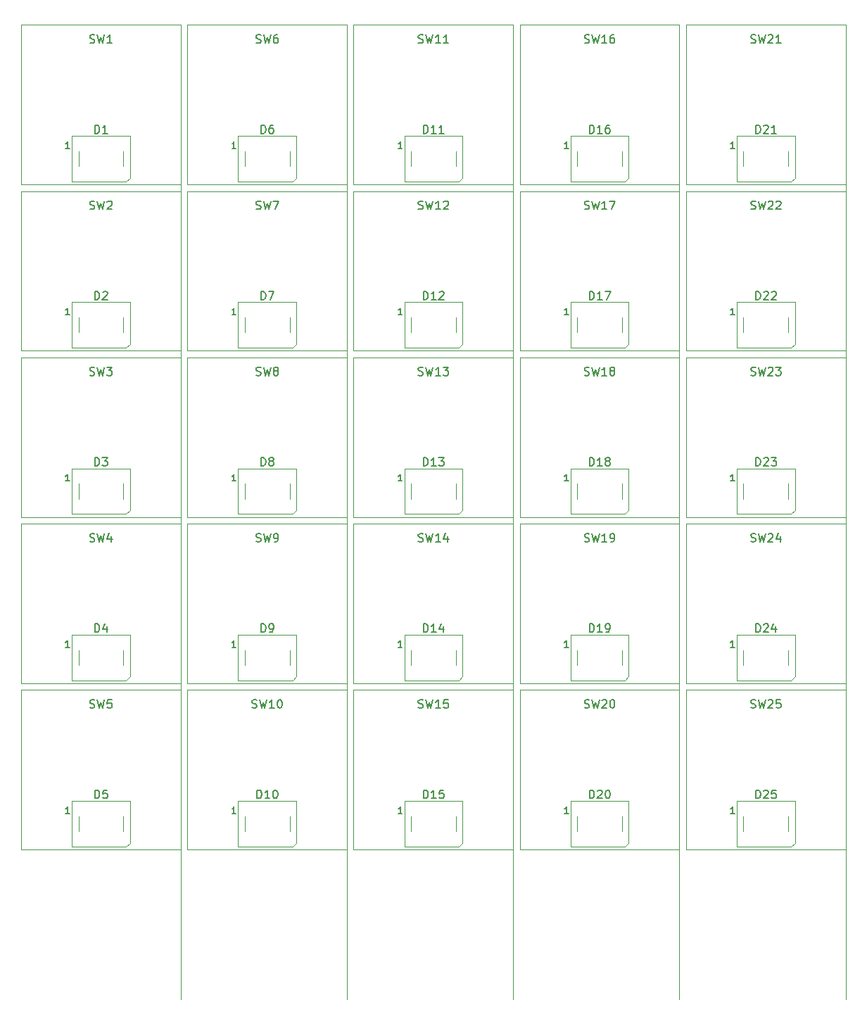
<source format=gbr>
%TF.GenerationSoftware,KiCad,Pcbnew,9.0.0*%
%TF.CreationDate,2025-05-01T22:13:03+08:00*%
%TF.ProjectId,kbd5x5,6b626435-7835-42e6-9b69-6361645f7063,rev?*%
%TF.SameCoordinates,Original*%
%TF.FileFunction,Legend,Top*%
%TF.FilePolarity,Positive*%
%FSLAX46Y46*%
G04 Gerber Fmt 4.6, Leading zero omitted, Abs format (unit mm)*
G04 Created by KiCad (PCBNEW 9.0.0) date 2025-05-01 22:13:03*
%MOMM*%
%LPD*%
G01*
G04 APERTURE LIST*
%ADD10C,0.150000*%
%ADD11C,0.120000*%
G04 APERTURE END LIST*
D10*
X38666667Y-32533200D02*
X38809524Y-32580819D01*
X38809524Y-32580819D02*
X39047619Y-32580819D01*
X39047619Y-32580819D02*
X39142857Y-32533200D01*
X39142857Y-32533200D02*
X39190476Y-32485580D01*
X39190476Y-32485580D02*
X39238095Y-32390342D01*
X39238095Y-32390342D02*
X39238095Y-32295104D01*
X39238095Y-32295104D02*
X39190476Y-32199866D01*
X39190476Y-32199866D02*
X39142857Y-32152247D01*
X39142857Y-32152247D02*
X39047619Y-32104628D01*
X39047619Y-32104628D02*
X38857143Y-32057009D01*
X38857143Y-32057009D02*
X38761905Y-32009390D01*
X38761905Y-32009390D02*
X38714286Y-31961771D01*
X38714286Y-31961771D02*
X38666667Y-31866533D01*
X38666667Y-31866533D02*
X38666667Y-31771295D01*
X38666667Y-31771295D02*
X38714286Y-31676057D01*
X38714286Y-31676057D02*
X38761905Y-31628438D01*
X38761905Y-31628438D02*
X38857143Y-31580819D01*
X38857143Y-31580819D02*
X39095238Y-31580819D01*
X39095238Y-31580819D02*
X39238095Y-31628438D01*
X39571429Y-31580819D02*
X39809524Y-32580819D01*
X39809524Y-32580819D02*
X40000000Y-31866533D01*
X40000000Y-31866533D02*
X40190476Y-32580819D01*
X40190476Y-32580819D02*
X40428572Y-31580819D01*
X41333333Y-32580819D02*
X40761905Y-32580819D01*
X41047619Y-32580819D02*
X41047619Y-31580819D01*
X41047619Y-31580819D02*
X40952381Y-31723676D01*
X40952381Y-31723676D02*
X40857143Y-31818914D01*
X40857143Y-31818914D02*
X40761905Y-31866533D01*
X118190476Y-52533200D02*
X118333333Y-52580819D01*
X118333333Y-52580819D02*
X118571428Y-52580819D01*
X118571428Y-52580819D02*
X118666666Y-52533200D01*
X118666666Y-52533200D02*
X118714285Y-52485580D01*
X118714285Y-52485580D02*
X118761904Y-52390342D01*
X118761904Y-52390342D02*
X118761904Y-52295104D01*
X118761904Y-52295104D02*
X118714285Y-52199866D01*
X118714285Y-52199866D02*
X118666666Y-52152247D01*
X118666666Y-52152247D02*
X118571428Y-52104628D01*
X118571428Y-52104628D02*
X118380952Y-52057009D01*
X118380952Y-52057009D02*
X118285714Y-52009390D01*
X118285714Y-52009390D02*
X118238095Y-51961771D01*
X118238095Y-51961771D02*
X118190476Y-51866533D01*
X118190476Y-51866533D02*
X118190476Y-51771295D01*
X118190476Y-51771295D02*
X118238095Y-51676057D01*
X118238095Y-51676057D02*
X118285714Y-51628438D01*
X118285714Y-51628438D02*
X118380952Y-51580819D01*
X118380952Y-51580819D02*
X118619047Y-51580819D01*
X118619047Y-51580819D02*
X118761904Y-51628438D01*
X119095238Y-51580819D02*
X119333333Y-52580819D01*
X119333333Y-52580819D02*
X119523809Y-51866533D01*
X119523809Y-51866533D02*
X119714285Y-52580819D01*
X119714285Y-52580819D02*
X119952381Y-51580819D01*
X120285714Y-51676057D02*
X120333333Y-51628438D01*
X120333333Y-51628438D02*
X120428571Y-51580819D01*
X120428571Y-51580819D02*
X120666666Y-51580819D01*
X120666666Y-51580819D02*
X120761904Y-51628438D01*
X120761904Y-51628438D02*
X120809523Y-51676057D01*
X120809523Y-51676057D02*
X120857142Y-51771295D01*
X120857142Y-51771295D02*
X120857142Y-51866533D01*
X120857142Y-51866533D02*
X120809523Y-52009390D01*
X120809523Y-52009390D02*
X120238095Y-52580819D01*
X120238095Y-52580819D02*
X120857142Y-52580819D01*
X121238095Y-51676057D02*
X121285714Y-51628438D01*
X121285714Y-51628438D02*
X121380952Y-51580819D01*
X121380952Y-51580819D02*
X121619047Y-51580819D01*
X121619047Y-51580819D02*
X121714285Y-51628438D01*
X121714285Y-51628438D02*
X121761904Y-51676057D01*
X121761904Y-51676057D02*
X121809523Y-51771295D01*
X121809523Y-51771295D02*
X121809523Y-51866533D01*
X121809523Y-51866533D02*
X121761904Y-52009390D01*
X121761904Y-52009390D02*
X121190476Y-52580819D01*
X121190476Y-52580819D02*
X121809523Y-52580819D01*
X98190476Y-52533200D02*
X98333333Y-52580819D01*
X98333333Y-52580819D02*
X98571428Y-52580819D01*
X98571428Y-52580819D02*
X98666666Y-52533200D01*
X98666666Y-52533200D02*
X98714285Y-52485580D01*
X98714285Y-52485580D02*
X98761904Y-52390342D01*
X98761904Y-52390342D02*
X98761904Y-52295104D01*
X98761904Y-52295104D02*
X98714285Y-52199866D01*
X98714285Y-52199866D02*
X98666666Y-52152247D01*
X98666666Y-52152247D02*
X98571428Y-52104628D01*
X98571428Y-52104628D02*
X98380952Y-52057009D01*
X98380952Y-52057009D02*
X98285714Y-52009390D01*
X98285714Y-52009390D02*
X98238095Y-51961771D01*
X98238095Y-51961771D02*
X98190476Y-51866533D01*
X98190476Y-51866533D02*
X98190476Y-51771295D01*
X98190476Y-51771295D02*
X98238095Y-51676057D01*
X98238095Y-51676057D02*
X98285714Y-51628438D01*
X98285714Y-51628438D02*
X98380952Y-51580819D01*
X98380952Y-51580819D02*
X98619047Y-51580819D01*
X98619047Y-51580819D02*
X98761904Y-51628438D01*
X99095238Y-51580819D02*
X99333333Y-52580819D01*
X99333333Y-52580819D02*
X99523809Y-51866533D01*
X99523809Y-51866533D02*
X99714285Y-52580819D01*
X99714285Y-52580819D02*
X99952381Y-51580819D01*
X100857142Y-52580819D02*
X100285714Y-52580819D01*
X100571428Y-52580819D02*
X100571428Y-51580819D01*
X100571428Y-51580819D02*
X100476190Y-51723676D01*
X100476190Y-51723676D02*
X100380952Y-51818914D01*
X100380952Y-51818914D02*
X100285714Y-51866533D01*
X101190476Y-51580819D02*
X101857142Y-51580819D01*
X101857142Y-51580819D02*
X101428571Y-52580819D01*
X98190476Y-72533200D02*
X98333333Y-72580819D01*
X98333333Y-72580819D02*
X98571428Y-72580819D01*
X98571428Y-72580819D02*
X98666666Y-72533200D01*
X98666666Y-72533200D02*
X98714285Y-72485580D01*
X98714285Y-72485580D02*
X98761904Y-72390342D01*
X98761904Y-72390342D02*
X98761904Y-72295104D01*
X98761904Y-72295104D02*
X98714285Y-72199866D01*
X98714285Y-72199866D02*
X98666666Y-72152247D01*
X98666666Y-72152247D02*
X98571428Y-72104628D01*
X98571428Y-72104628D02*
X98380952Y-72057009D01*
X98380952Y-72057009D02*
X98285714Y-72009390D01*
X98285714Y-72009390D02*
X98238095Y-71961771D01*
X98238095Y-71961771D02*
X98190476Y-71866533D01*
X98190476Y-71866533D02*
X98190476Y-71771295D01*
X98190476Y-71771295D02*
X98238095Y-71676057D01*
X98238095Y-71676057D02*
X98285714Y-71628438D01*
X98285714Y-71628438D02*
X98380952Y-71580819D01*
X98380952Y-71580819D02*
X98619047Y-71580819D01*
X98619047Y-71580819D02*
X98761904Y-71628438D01*
X99095238Y-71580819D02*
X99333333Y-72580819D01*
X99333333Y-72580819D02*
X99523809Y-71866533D01*
X99523809Y-71866533D02*
X99714285Y-72580819D01*
X99714285Y-72580819D02*
X99952381Y-71580819D01*
X100857142Y-72580819D02*
X100285714Y-72580819D01*
X100571428Y-72580819D02*
X100571428Y-71580819D01*
X100571428Y-71580819D02*
X100476190Y-71723676D01*
X100476190Y-71723676D02*
X100380952Y-71818914D01*
X100380952Y-71818914D02*
X100285714Y-71866533D01*
X101428571Y-72009390D02*
X101333333Y-71961771D01*
X101333333Y-71961771D02*
X101285714Y-71914152D01*
X101285714Y-71914152D02*
X101238095Y-71818914D01*
X101238095Y-71818914D02*
X101238095Y-71771295D01*
X101238095Y-71771295D02*
X101285714Y-71676057D01*
X101285714Y-71676057D02*
X101333333Y-71628438D01*
X101333333Y-71628438D02*
X101428571Y-71580819D01*
X101428571Y-71580819D02*
X101619047Y-71580819D01*
X101619047Y-71580819D02*
X101714285Y-71628438D01*
X101714285Y-71628438D02*
X101761904Y-71676057D01*
X101761904Y-71676057D02*
X101809523Y-71771295D01*
X101809523Y-71771295D02*
X101809523Y-71818914D01*
X101809523Y-71818914D02*
X101761904Y-71914152D01*
X101761904Y-71914152D02*
X101714285Y-71961771D01*
X101714285Y-71961771D02*
X101619047Y-72009390D01*
X101619047Y-72009390D02*
X101428571Y-72009390D01*
X101428571Y-72009390D02*
X101333333Y-72057009D01*
X101333333Y-72057009D02*
X101285714Y-72104628D01*
X101285714Y-72104628D02*
X101238095Y-72199866D01*
X101238095Y-72199866D02*
X101238095Y-72390342D01*
X101238095Y-72390342D02*
X101285714Y-72485580D01*
X101285714Y-72485580D02*
X101333333Y-72533200D01*
X101333333Y-72533200D02*
X101428571Y-72580819D01*
X101428571Y-72580819D02*
X101619047Y-72580819D01*
X101619047Y-72580819D02*
X101714285Y-72533200D01*
X101714285Y-72533200D02*
X101761904Y-72485580D01*
X101761904Y-72485580D02*
X101809523Y-72390342D01*
X101809523Y-72390342D02*
X101809523Y-72199866D01*
X101809523Y-72199866D02*
X101761904Y-72104628D01*
X101761904Y-72104628D02*
X101714285Y-72057009D01*
X101714285Y-72057009D02*
X101619047Y-72009390D01*
X58785714Y-123454819D02*
X58785714Y-122454819D01*
X58785714Y-122454819D02*
X59023809Y-122454819D01*
X59023809Y-122454819D02*
X59166666Y-122502438D01*
X59166666Y-122502438D02*
X59261904Y-122597676D01*
X59261904Y-122597676D02*
X59309523Y-122692914D01*
X59309523Y-122692914D02*
X59357142Y-122883390D01*
X59357142Y-122883390D02*
X59357142Y-123026247D01*
X59357142Y-123026247D02*
X59309523Y-123216723D01*
X59309523Y-123216723D02*
X59261904Y-123311961D01*
X59261904Y-123311961D02*
X59166666Y-123407200D01*
X59166666Y-123407200D02*
X59023809Y-123454819D01*
X59023809Y-123454819D02*
X58785714Y-123454819D01*
X60309523Y-123454819D02*
X59738095Y-123454819D01*
X60023809Y-123454819D02*
X60023809Y-122454819D01*
X60023809Y-122454819D02*
X59928571Y-122597676D01*
X59928571Y-122597676D02*
X59833333Y-122692914D01*
X59833333Y-122692914D02*
X59738095Y-122740533D01*
X60928571Y-122454819D02*
X61023809Y-122454819D01*
X61023809Y-122454819D02*
X61119047Y-122502438D01*
X61119047Y-122502438D02*
X61166666Y-122550057D01*
X61166666Y-122550057D02*
X61214285Y-122645295D01*
X61214285Y-122645295D02*
X61261904Y-122835771D01*
X61261904Y-122835771D02*
X61261904Y-123073866D01*
X61261904Y-123073866D02*
X61214285Y-123264342D01*
X61214285Y-123264342D02*
X61166666Y-123359580D01*
X61166666Y-123359580D02*
X61119047Y-123407200D01*
X61119047Y-123407200D02*
X61023809Y-123454819D01*
X61023809Y-123454819D02*
X60928571Y-123454819D01*
X60928571Y-123454819D02*
X60833333Y-123407200D01*
X60833333Y-123407200D02*
X60785714Y-123359580D01*
X60785714Y-123359580D02*
X60738095Y-123264342D01*
X60738095Y-123264342D02*
X60690476Y-123073866D01*
X60690476Y-123073866D02*
X60690476Y-122835771D01*
X60690476Y-122835771D02*
X60738095Y-122645295D01*
X60738095Y-122645295D02*
X60785714Y-122550057D01*
X60785714Y-122550057D02*
X60833333Y-122502438D01*
X60833333Y-122502438D02*
X60928571Y-122454819D01*
X56228571Y-125262295D02*
X55771428Y-125262295D01*
X56000000Y-125262295D02*
X56000000Y-124462295D01*
X56000000Y-124462295D02*
X55923809Y-124576580D01*
X55923809Y-124576580D02*
X55847619Y-124652771D01*
X55847619Y-124652771D02*
X55771428Y-124690866D01*
X118785714Y-123454819D02*
X118785714Y-122454819D01*
X118785714Y-122454819D02*
X119023809Y-122454819D01*
X119023809Y-122454819D02*
X119166666Y-122502438D01*
X119166666Y-122502438D02*
X119261904Y-122597676D01*
X119261904Y-122597676D02*
X119309523Y-122692914D01*
X119309523Y-122692914D02*
X119357142Y-122883390D01*
X119357142Y-122883390D02*
X119357142Y-123026247D01*
X119357142Y-123026247D02*
X119309523Y-123216723D01*
X119309523Y-123216723D02*
X119261904Y-123311961D01*
X119261904Y-123311961D02*
X119166666Y-123407200D01*
X119166666Y-123407200D02*
X119023809Y-123454819D01*
X119023809Y-123454819D02*
X118785714Y-123454819D01*
X119738095Y-122550057D02*
X119785714Y-122502438D01*
X119785714Y-122502438D02*
X119880952Y-122454819D01*
X119880952Y-122454819D02*
X120119047Y-122454819D01*
X120119047Y-122454819D02*
X120214285Y-122502438D01*
X120214285Y-122502438D02*
X120261904Y-122550057D01*
X120261904Y-122550057D02*
X120309523Y-122645295D01*
X120309523Y-122645295D02*
X120309523Y-122740533D01*
X120309523Y-122740533D02*
X120261904Y-122883390D01*
X120261904Y-122883390D02*
X119690476Y-123454819D01*
X119690476Y-123454819D02*
X120309523Y-123454819D01*
X121214285Y-122454819D02*
X120738095Y-122454819D01*
X120738095Y-122454819D02*
X120690476Y-122931009D01*
X120690476Y-122931009D02*
X120738095Y-122883390D01*
X120738095Y-122883390D02*
X120833333Y-122835771D01*
X120833333Y-122835771D02*
X121071428Y-122835771D01*
X121071428Y-122835771D02*
X121166666Y-122883390D01*
X121166666Y-122883390D02*
X121214285Y-122931009D01*
X121214285Y-122931009D02*
X121261904Y-123026247D01*
X121261904Y-123026247D02*
X121261904Y-123264342D01*
X121261904Y-123264342D02*
X121214285Y-123359580D01*
X121214285Y-123359580D02*
X121166666Y-123407200D01*
X121166666Y-123407200D02*
X121071428Y-123454819D01*
X121071428Y-123454819D02*
X120833333Y-123454819D01*
X120833333Y-123454819D02*
X120738095Y-123407200D01*
X120738095Y-123407200D02*
X120690476Y-123359580D01*
X116228571Y-125262295D02*
X115771428Y-125262295D01*
X116000000Y-125262295D02*
X116000000Y-124462295D01*
X116000000Y-124462295D02*
X115923809Y-124576580D01*
X115923809Y-124576580D02*
X115847619Y-124652771D01*
X115847619Y-124652771D02*
X115771428Y-124690866D01*
X39261905Y-83454819D02*
X39261905Y-82454819D01*
X39261905Y-82454819D02*
X39500000Y-82454819D01*
X39500000Y-82454819D02*
X39642857Y-82502438D01*
X39642857Y-82502438D02*
X39738095Y-82597676D01*
X39738095Y-82597676D02*
X39785714Y-82692914D01*
X39785714Y-82692914D02*
X39833333Y-82883390D01*
X39833333Y-82883390D02*
X39833333Y-83026247D01*
X39833333Y-83026247D02*
X39785714Y-83216723D01*
X39785714Y-83216723D02*
X39738095Y-83311961D01*
X39738095Y-83311961D02*
X39642857Y-83407200D01*
X39642857Y-83407200D02*
X39500000Y-83454819D01*
X39500000Y-83454819D02*
X39261905Y-83454819D01*
X40166667Y-82454819D02*
X40785714Y-82454819D01*
X40785714Y-82454819D02*
X40452381Y-82835771D01*
X40452381Y-82835771D02*
X40595238Y-82835771D01*
X40595238Y-82835771D02*
X40690476Y-82883390D01*
X40690476Y-82883390D02*
X40738095Y-82931009D01*
X40738095Y-82931009D02*
X40785714Y-83026247D01*
X40785714Y-83026247D02*
X40785714Y-83264342D01*
X40785714Y-83264342D02*
X40738095Y-83359580D01*
X40738095Y-83359580D02*
X40690476Y-83407200D01*
X40690476Y-83407200D02*
X40595238Y-83454819D01*
X40595238Y-83454819D02*
X40309524Y-83454819D01*
X40309524Y-83454819D02*
X40214286Y-83407200D01*
X40214286Y-83407200D02*
X40166667Y-83359580D01*
X36228571Y-85262295D02*
X35771428Y-85262295D01*
X36000000Y-85262295D02*
X36000000Y-84462295D01*
X36000000Y-84462295D02*
X35923809Y-84576580D01*
X35923809Y-84576580D02*
X35847619Y-84652771D01*
X35847619Y-84652771D02*
X35771428Y-84690866D01*
X98190476Y-32533200D02*
X98333333Y-32580819D01*
X98333333Y-32580819D02*
X98571428Y-32580819D01*
X98571428Y-32580819D02*
X98666666Y-32533200D01*
X98666666Y-32533200D02*
X98714285Y-32485580D01*
X98714285Y-32485580D02*
X98761904Y-32390342D01*
X98761904Y-32390342D02*
X98761904Y-32295104D01*
X98761904Y-32295104D02*
X98714285Y-32199866D01*
X98714285Y-32199866D02*
X98666666Y-32152247D01*
X98666666Y-32152247D02*
X98571428Y-32104628D01*
X98571428Y-32104628D02*
X98380952Y-32057009D01*
X98380952Y-32057009D02*
X98285714Y-32009390D01*
X98285714Y-32009390D02*
X98238095Y-31961771D01*
X98238095Y-31961771D02*
X98190476Y-31866533D01*
X98190476Y-31866533D02*
X98190476Y-31771295D01*
X98190476Y-31771295D02*
X98238095Y-31676057D01*
X98238095Y-31676057D02*
X98285714Y-31628438D01*
X98285714Y-31628438D02*
X98380952Y-31580819D01*
X98380952Y-31580819D02*
X98619047Y-31580819D01*
X98619047Y-31580819D02*
X98761904Y-31628438D01*
X99095238Y-31580819D02*
X99333333Y-32580819D01*
X99333333Y-32580819D02*
X99523809Y-31866533D01*
X99523809Y-31866533D02*
X99714285Y-32580819D01*
X99714285Y-32580819D02*
X99952381Y-31580819D01*
X100857142Y-32580819D02*
X100285714Y-32580819D01*
X100571428Y-32580819D02*
X100571428Y-31580819D01*
X100571428Y-31580819D02*
X100476190Y-31723676D01*
X100476190Y-31723676D02*
X100380952Y-31818914D01*
X100380952Y-31818914D02*
X100285714Y-31866533D01*
X101714285Y-31580819D02*
X101523809Y-31580819D01*
X101523809Y-31580819D02*
X101428571Y-31628438D01*
X101428571Y-31628438D02*
X101380952Y-31676057D01*
X101380952Y-31676057D02*
X101285714Y-31818914D01*
X101285714Y-31818914D02*
X101238095Y-32009390D01*
X101238095Y-32009390D02*
X101238095Y-32390342D01*
X101238095Y-32390342D02*
X101285714Y-32485580D01*
X101285714Y-32485580D02*
X101333333Y-32533200D01*
X101333333Y-32533200D02*
X101428571Y-32580819D01*
X101428571Y-32580819D02*
X101619047Y-32580819D01*
X101619047Y-32580819D02*
X101714285Y-32533200D01*
X101714285Y-32533200D02*
X101761904Y-32485580D01*
X101761904Y-32485580D02*
X101809523Y-32390342D01*
X101809523Y-32390342D02*
X101809523Y-32152247D01*
X101809523Y-32152247D02*
X101761904Y-32057009D01*
X101761904Y-32057009D02*
X101714285Y-32009390D01*
X101714285Y-32009390D02*
X101619047Y-31961771D01*
X101619047Y-31961771D02*
X101428571Y-31961771D01*
X101428571Y-31961771D02*
X101333333Y-32009390D01*
X101333333Y-32009390D02*
X101285714Y-32057009D01*
X101285714Y-32057009D02*
X101238095Y-32152247D01*
X98785714Y-123454819D02*
X98785714Y-122454819D01*
X98785714Y-122454819D02*
X99023809Y-122454819D01*
X99023809Y-122454819D02*
X99166666Y-122502438D01*
X99166666Y-122502438D02*
X99261904Y-122597676D01*
X99261904Y-122597676D02*
X99309523Y-122692914D01*
X99309523Y-122692914D02*
X99357142Y-122883390D01*
X99357142Y-122883390D02*
X99357142Y-123026247D01*
X99357142Y-123026247D02*
X99309523Y-123216723D01*
X99309523Y-123216723D02*
X99261904Y-123311961D01*
X99261904Y-123311961D02*
X99166666Y-123407200D01*
X99166666Y-123407200D02*
X99023809Y-123454819D01*
X99023809Y-123454819D02*
X98785714Y-123454819D01*
X99738095Y-122550057D02*
X99785714Y-122502438D01*
X99785714Y-122502438D02*
X99880952Y-122454819D01*
X99880952Y-122454819D02*
X100119047Y-122454819D01*
X100119047Y-122454819D02*
X100214285Y-122502438D01*
X100214285Y-122502438D02*
X100261904Y-122550057D01*
X100261904Y-122550057D02*
X100309523Y-122645295D01*
X100309523Y-122645295D02*
X100309523Y-122740533D01*
X100309523Y-122740533D02*
X100261904Y-122883390D01*
X100261904Y-122883390D02*
X99690476Y-123454819D01*
X99690476Y-123454819D02*
X100309523Y-123454819D01*
X100928571Y-122454819D02*
X101023809Y-122454819D01*
X101023809Y-122454819D02*
X101119047Y-122502438D01*
X101119047Y-122502438D02*
X101166666Y-122550057D01*
X101166666Y-122550057D02*
X101214285Y-122645295D01*
X101214285Y-122645295D02*
X101261904Y-122835771D01*
X101261904Y-122835771D02*
X101261904Y-123073866D01*
X101261904Y-123073866D02*
X101214285Y-123264342D01*
X101214285Y-123264342D02*
X101166666Y-123359580D01*
X101166666Y-123359580D02*
X101119047Y-123407200D01*
X101119047Y-123407200D02*
X101023809Y-123454819D01*
X101023809Y-123454819D02*
X100928571Y-123454819D01*
X100928571Y-123454819D02*
X100833333Y-123407200D01*
X100833333Y-123407200D02*
X100785714Y-123359580D01*
X100785714Y-123359580D02*
X100738095Y-123264342D01*
X100738095Y-123264342D02*
X100690476Y-123073866D01*
X100690476Y-123073866D02*
X100690476Y-122835771D01*
X100690476Y-122835771D02*
X100738095Y-122645295D01*
X100738095Y-122645295D02*
X100785714Y-122550057D01*
X100785714Y-122550057D02*
X100833333Y-122502438D01*
X100833333Y-122502438D02*
X100928571Y-122454819D01*
X96228571Y-125262295D02*
X95771428Y-125262295D01*
X96000000Y-125262295D02*
X96000000Y-124462295D01*
X96000000Y-124462295D02*
X95923809Y-124576580D01*
X95923809Y-124576580D02*
X95847619Y-124652771D01*
X95847619Y-124652771D02*
X95771428Y-124690866D01*
X78785714Y-43454819D02*
X78785714Y-42454819D01*
X78785714Y-42454819D02*
X79023809Y-42454819D01*
X79023809Y-42454819D02*
X79166666Y-42502438D01*
X79166666Y-42502438D02*
X79261904Y-42597676D01*
X79261904Y-42597676D02*
X79309523Y-42692914D01*
X79309523Y-42692914D02*
X79357142Y-42883390D01*
X79357142Y-42883390D02*
X79357142Y-43026247D01*
X79357142Y-43026247D02*
X79309523Y-43216723D01*
X79309523Y-43216723D02*
X79261904Y-43311961D01*
X79261904Y-43311961D02*
X79166666Y-43407200D01*
X79166666Y-43407200D02*
X79023809Y-43454819D01*
X79023809Y-43454819D02*
X78785714Y-43454819D01*
X80309523Y-43454819D02*
X79738095Y-43454819D01*
X80023809Y-43454819D02*
X80023809Y-42454819D01*
X80023809Y-42454819D02*
X79928571Y-42597676D01*
X79928571Y-42597676D02*
X79833333Y-42692914D01*
X79833333Y-42692914D02*
X79738095Y-42740533D01*
X81261904Y-43454819D02*
X80690476Y-43454819D01*
X80976190Y-43454819D02*
X80976190Y-42454819D01*
X80976190Y-42454819D02*
X80880952Y-42597676D01*
X80880952Y-42597676D02*
X80785714Y-42692914D01*
X80785714Y-42692914D02*
X80690476Y-42740533D01*
X76228571Y-45262295D02*
X75771428Y-45262295D01*
X76000000Y-45262295D02*
X76000000Y-44462295D01*
X76000000Y-44462295D02*
X75923809Y-44576580D01*
X75923809Y-44576580D02*
X75847619Y-44652771D01*
X75847619Y-44652771D02*
X75771428Y-44690866D01*
X118190476Y-112533200D02*
X118333333Y-112580819D01*
X118333333Y-112580819D02*
X118571428Y-112580819D01*
X118571428Y-112580819D02*
X118666666Y-112533200D01*
X118666666Y-112533200D02*
X118714285Y-112485580D01*
X118714285Y-112485580D02*
X118761904Y-112390342D01*
X118761904Y-112390342D02*
X118761904Y-112295104D01*
X118761904Y-112295104D02*
X118714285Y-112199866D01*
X118714285Y-112199866D02*
X118666666Y-112152247D01*
X118666666Y-112152247D02*
X118571428Y-112104628D01*
X118571428Y-112104628D02*
X118380952Y-112057009D01*
X118380952Y-112057009D02*
X118285714Y-112009390D01*
X118285714Y-112009390D02*
X118238095Y-111961771D01*
X118238095Y-111961771D02*
X118190476Y-111866533D01*
X118190476Y-111866533D02*
X118190476Y-111771295D01*
X118190476Y-111771295D02*
X118238095Y-111676057D01*
X118238095Y-111676057D02*
X118285714Y-111628438D01*
X118285714Y-111628438D02*
X118380952Y-111580819D01*
X118380952Y-111580819D02*
X118619047Y-111580819D01*
X118619047Y-111580819D02*
X118761904Y-111628438D01*
X119095238Y-111580819D02*
X119333333Y-112580819D01*
X119333333Y-112580819D02*
X119523809Y-111866533D01*
X119523809Y-111866533D02*
X119714285Y-112580819D01*
X119714285Y-112580819D02*
X119952381Y-111580819D01*
X120285714Y-111676057D02*
X120333333Y-111628438D01*
X120333333Y-111628438D02*
X120428571Y-111580819D01*
X120428571Y-111580819D02*
X120666666Y-111580819D01*
X120666666Y-111580819D02*
X120761904Y-111628438D01*
X120761904Y-111628438D02*
X120809523Y-111676057D01*
X120809523Y-111676057D02*
X120857142Y-111771295D01*
X120857142Y-111771295D02*
X120857142Y-111866533D01*
X120857142Y-111866533D02*
X120809523Y-112009390D01*
X120809523Y-112009390D02*
X120238095Y-112580819D01*
X120238095Y-112580819D02*
X120857142Y-112580819D01*
X121761904Y-111580819D02*
X121285714Y-111580819D01*
X121285714Y-111580819D02*
X121238095Y-112057009D01*
X121238095Y-112057009D02*
X121285714Y-112009390D01*
X121285714Y-112009390D02*
X121380952Y-111961771D01*
X121380952Y-111961771D02*
X121619047Y-111961771D01*
X121619047Y-111961771D02*
X121714285Y-112009390D01*
X121714285Y-112009390D02*
X121761904Y-112057009D01*
X121761904Y-112057009D02*
X121809523Y-112152247D01*
X121809523Y-112152247D02*
X121809523Y-112390342D01*
X121809523Y-112390342D02*
X121761904Y-112485580D01*
X121761904Y-112485580D02*
X121714285Y-112533200D01*
X121714285Y-112533200D02*
X121619047Y-112580819D01*
X121619047Y-112580819D02*
X121380952Y-112580819D01*
X121380952Y-112580819D02*
X121285714Y-112533200D01*
X121285714Y-112533200D02*
X121238095Y-112485580D01*
X59261905Y-43454819D02*
X59261905Y-42454819D01*
X59261905Y-42454819D02*
X59500000Y-42454819D01*
X59500000Y-42454819D02*
X59642857Y-42502438D01*
X59642857Y-42502438D02*
X59738095Y-42597676D01*
X59738095Y-42597676D02*
X59785714Y-42692914D01*
X59785714Y-42692914D02*
X59833333Y-42883390D01*
X59833333Y-42883390D02*
X59833333Y-43026247D01*
X59833333Y-43026247D02*
X59785714Y-43216723D01*
X59785714Y-43216723D02*
X59738095Y-43311961D01*
X59738095Y-43311961D02*
X59642857Y-43407200D01*
X59642857Y-43407200D02*
X59500000Y-43454819D01*
X59500000Y-43454819D02*
X59261905Y-43454819D01*
X60690476Y-42454819D02*
X60500000Y-42454819D01*
X60500000Y-42454819D02*
X60404762Y-42502438D01*
X60404762Y-42502438D02*
X60357143Y-42550057D01*
X60357143Y-42550057D02*
X60261905Y-42692914D01*
X60261905Y-42692914D02*
X60214286Y-42883390D01*
X60214286Y-42883390D02*
X60214286Y-43264342D01*
X60214286Y-43264342D02*
X60261905Y-43359580D01*
X60261905Y-43359580D02*
X60309524Y-43407200D01*
X60309524Y-43407200D02*
X60404762Y-43454819D01*
X60404762Y-43454819D02*
X60595238Y-43454819D01*
X60595238Y-43454819D02*
X60690476Y-43407200D01*
X60690476Y-43407200D02*
X60738095Y-43359580D01*
X60738095Y-43359580D02*
X60785714Y-43264342D01*
X60785714Y-43264342D02*
X60785714Y-43026247D01*
X60785714Y-43026247D02*
X60738095Y-42931009D01*
X60738095Y-42931009D02*
X60690476Y-42883390D01*
X60690476Y-42883390D02*
X60595238Y-42835771D01*
X60595238Y-42835771D02*
X60404762Y-42835771D01*
X60404762Y-42835771D02*
X60309524Y-42883390D01*
X60309524Y-42883390D02*
X60261905Y-42931009D01*
X60261905Y-42931009D02*
X60214286Y-43026247D01*
X56228571Y-45262295D02*
X55771428Y-45262295D01*
X56000000Y-45262295D02*
X56000000Y-44462295D01*
X56000000Y-44462295D02*
X55923809Y-44576580D01*
X55923809Y-44576580D02*
X55847619Y-44652771D01*
X55847619Y-44652771D02*
X55771428Y-44690866D01*
X39261905Y-43454819D02*
X39261905Y-42454819D01*
X39261905Y-42454819D02*
X39500000Y-42454819D01*
X39500000Y-42454819D02*
X39642857Y-42502438D01*
X39642857Y-42502438D02*
X39738095Y-42597676D01*
X39738095Y-42597676D02*
X39785714Y-42692914D01*
X39785714Y-42692914D02*
X39833333Y-42883390D01*
X39833333Y-42883390D02*
X39833333Y-43026247D01*
X39833333Y-43026247D02*
X39785714Y-43216723D01*
X39785714Y-43216723D02*
X39738095Y-43311961D01*
X39738095Y-43311961D02*
X39642857Y-43407200D01*
X39642857Y-43407200D02*
X39500000Y-43454819D01*
X39500000Y-43454819D02*
X39261905Y-43454819D01*
X40785714Y-43454819D02*
X40214286Y-43454819D01*
X40500000Y-43454819D02*
X40500000Y-42454819D01*
X40500000Y-42454819D02*
X40404762Y-42597676D01*
X40404762Y-42597676D02*
X40309524Y-42692914D01*
X40309524Y-42692914D02*
X40214286Y-42740533D01*
X36228571Y-45262295D02*
X35771428Y-45262295D01*
X36000000Y-45262295D02*
X36000000Y-44462295D01*
X36000000Y-44462295D02*
X35923809Y-44576580D01*
X35923809Y-44576580D02*
X35847619Y-44652771D01*
X35847619Y-44652771D02*
X35771428Y-44690866D01*
X98785714Y-83454819D02*
X98785714Y-82454819D01*
X98785714Y-82454819D02*
X99023809Y-82454819D01*
X99023809Y-82454819D02*
X99166666Y-82502438D01*
X99166666Y-82502438D02*
X99261904Y-82597676D01*
X99261904Y-82597676D02*
X99309523Y-82692914D01*
X99309523Y-82692914D02*
X99357142Y-82883390D01*
X99357142Y-82883390D02*
X99357142Y-83026247D01*
X99357142Y-83026247D02*
X99309523Y-83216723D01*
X99309523Y-83216723D02*
X99261904Y-83311961D01*
X99261904Y-83311961D02*
X99166666Y-83407200D01*
X99166666Y-83407200D02*
X99023809Y-83454819D01*
X99023809Y-83454819D02*
X98785714Y-83454819D01*
X100309523Y-83454819D02*
X99738095Y-83454819D01*
X100023809Y-83454819D02*
X100023809Y-82454819D01*
X100023809Y-82454819D02*
X99928571Y-82597676D01*
X99928571Y-82597676D02*
X99833333Y-82692914D01*
X99833333Y-82692914D02*
X99738095Y-82740533D01*
X100880952Y-82883390D02*
X100785714Y-82835771D01*
X100785714Y-82835771D02*
X100738095Y-82788152D01*
X100738095Y-82788152D02*
X100690476Y-82692914D01*
X100690476Y-82692914D02*
X100690476Y-82645295D01*
X100690476Y-82645295D02*
X100738095Y-82550057D01*
X100738095Y-82550057D02*
X100785714Y-82502438D01*
X100785714Y-82502438D02*
X100880952Y-82454819D01*
X100880952Y-82454819D02*
X101071428Y-82454819D01*
X101071428Y-82454819D02*
X101166666Y-82502438D01*
X101166666Y-82502438D02*
X101214285Y-82550057D01*
X101214285Y-82550057D02*
X101261904Y-82645295D01*
X101261904Y-82645295D02*
X101261904Y-82692914D01*
X101261904Y-82692914D02*
X101214285Y-82788152D01*
X101214285Y-82788152D02*
X101166666Y-82835771D01*
X101166666Y-82835771D02*
X101071428Y-82883390D01*
X101071428Y-82883390D02*
X100880952Y-82883390D01*
X100880952Y-82883390D02*
X100785714Y-82931009D01*
X100785714Y-82931009D02*
X100738095Y-82978628D01*
X100738095Y-82978628D02*
X100690476Y-83073866D01*
X100690476Y-83073866D02*
X100690476Y-83264342D01*
X100690476Y-83264342D02*
X100738095Y-83359580D01*
X100738095Y-83359580D02*
X100785714Y-83407200D01*
X100785714Y-83407200D02*
X100880952Y-83454819D01*
X100880952Y-83454819D02*
X101071428Y-83454819D01*
X101071428Y-83454819D02*
X101166666Y-83407200D01*
X101166666Y-83407200D02*
X101214285Y-83359580D01*
X101214285Y-83359580D02*
X101261904Y-83264342D01*
X101261904Y-83264342D02*
X101261904Y-83073866D01*
X101261904Y-83073866D02*
X101214285Y-82978628D01*
X101214285Y-82978628D02*
X101166666Y-82931009D01*
X101166666Y-82931009D02*
X101071428Y-82883390D01*
X96228571Y-85262295D02*
X95771428Y-85262295D01*
X96000000Y-85262295D02*
X96000000Y-84462295D01*
X96000000Y-84462295D02*
X95923809Y-84576580D01*
X95923809Y-84576580D02*
X95847619Y-84652771D01*
X95847619Y-84652771D02*
X95771428Y-84690866D01*
X98785714Y-103454819D02*
X98785714Y-102454819D01*
X98785714Y-102454819D02*
X99023809Y-102454819D01*
X99023809Y-102454819D02*
X99166666Y-102502438D01*
X99166666Y-102502438D02*
X99261904Y-102597676D01*
X99261904Y-102597676D02*
X99309523Y-102692914D01*
X99309523Y-102692914D02*
X99357142Y-102883390D01*
X99357142Y-102883390D02*
X99357142Y-103026247D01*
X99357142Y-103026247D02*
X99309523Y-103216723D01*
X99309523Y-103216723D02*
X99261904Y-103311961D01*
X99261904Y-103311961D02*
X99166666Y-103407200D01*
X99166666Y-103407200D02*
X99023809Y-103454819D01*
X99023809Y-103454819D02*
X98785714Y-103454819D01*
X100309523Y-103454819D02*
X99738095Y-103454819D01*
X100023809Y-103454819D02*
X100023809Y-102454819D01*
X100023809Y-102454819D02*
X99928571Y-102597676D01*
X99928571Y-102597676D02*
X99833333Y-102692914D01*
X99833333Y-102692914D02*
X99738095Y-102740533D01*
X100785714Y-103454819D02*
X100976190Y-103454819D01*
X100976190Y-103454819D02*
X101071428Y-103407200D01*
X101071428Y-103407200D02*
X101119047Y-103359580D01*
X101119047Y-103359580D02*
X101214285Y-103216723D01*
X101214285Y-103216723D02*
X101261904Y-103026247D01*
X101261904Y-103026247D02*
X101261904Y-102645295D01*
X101261904Y-102645295D02*
X101214285Y-102550057D01*
X101214285Y-102550057D02*
X101166666Y-102502438D01*
X101166666Y-102502438D02*
X101071428Y-102454819D01*
X101071428Y-102454819D02*
X100880952Y-102454819D01*
X100880952Y-102454819D02*
X100785714Y-102502438D01*
X100785714Y-102502438D02*
X100738095Y-102550057D01*
X100738095Y-102550057D02*
X100690476Y-102645295D01*
X100690476Y-102645295D02*
X100690476Y-102883390D01*
X100690476Y-102883390D02*
X100738095Y-102978628D01*
X100738095Y-102978628D02*
X100785714Y-103026247D01*
X100785714Y-103026247D02*
X100880952Y-103073866D01*
X100880952Y-103073866D02*
X101071428Y-103073866D01*
X101071428Y-103073866D02*
X101166666Y-103026247D01*
X101166666Y-103026247D02*
X101214285Y-102978628D01*
X101214285Y-102978628D02*
X101261904Y-102883390D01*
X96228571Y-105262295D02*
X95771428Y-105262295D01*
X96000000Y-105262295D02*
X96000000Y-104462295D01*
X96000000Y-104462295D02*
X95923809Y-104576580D01*
X95923809Y-104576580D02*
X95847619Y-104652771D01*
X95847619Y-104652771D02*
X95771428Y-104690866D01*
X39261905Y-103454819D02*
X39261905Y-102454819D01*
X39261905Y-102454819D02*
X39500000Y-102454819D01*
X39500000Y-102454819D02*
X39642857Y-102502438D01*
X39642857Y-102502438D02*
X39738095Y-102597676D01*
X39738095Y-102597676D02*
X39785714Y-102692914D01*
X39785714Y-102692914D02*
X39833333Y-102883390D01*
X39833333Y-102883390D02*
X39833333Y-103026247D01*
X39833333Y-103026247D02*
X39785714Y-103216723D01*
X39785714Y-103216723D02*
X39738095Y-103311961D01*
X39738095Y-103311961D02*
X39642857Y-103407200D01*
X39642857Y-103407200D02*
X39500000Y-103454819D01*
X39500000Y-103454819D02*
X39261905Y-103454819D01*
X40690476Y-102788152D02*
X40690476Y-103454819D01*
X40452381Y-102407200D02*
X40214286Y-103121485D01*
X40214286Y-103121485D02*
X40833333Y-103121485D01*
X36228571Y-105262295D02*
X35771428Y-105262295D01*
X36000000Y-105262295D02*
X36000000Y-104462295D01*
X36000000Y-104462295D02*
X35923809Y-104576580D01*
X35923809Y-104576580D02*
X35847619Y-104652771D01*
X35847619Y-104652771D02*
X35771428Y-104690866D01*
X59261905Y-83454819D02*
X59261905Y-82454819D01*
X59261905Y-82454819D02*
X59500000Y-82454819D01*
X59500000Y-82454819D02*
X59642857Y-82502438D01*
X59642857Y-82502438D02*
X59738095Y-82597676D01*
X59738095Y-82597676D02*
X59785714Y-82692914D01*
X59785714Y-82692914D02*
X59833333Y-82883390D01*
X59833333Y-82883390D02*
X59833333Y-83026247D01*
X59833333Y-83026247D02*
X59785714Y-83216723D01*
X59785714Y-83216723D02*
X59738095Y-83311961D01*
X59738095Y-83311961D02*
X59642857Y-83407200D01*
X59642857Y-83407200D02*
X59500000Y-83454819D01*
X59500000Y-83454819D02*
X59261905Y-83454819D01*
X60404762Y-82883390D02*
X60309524Y-82835771D01*
X60309524Y-82835771D02*
X60261905Y-82788152D01*
X60261905Y-82788152D02*
X60214286Y-82692914D01*
X60214286Y-82692914D02*
X60214286Y-82645295D01*
X60214286Y-82645295D02*
X60261905Y-82550057D01*
X60261905Y-82550057D02*
X60309524Y-82502438D01*
X60309524Y-82502438D02*
X60404762Y-82454819D01*
X60404762Y-82454819D02*
X60595238Y-82454819D01*
X60595238Y-82454819D02*
X60690476Y-82502438D01*
X60690476Y-82502438D02*
X60738095Y-82550057D01*
X60738095Y-82550057D02*
X60785714Y-82645295D01*
X60785714Y-82645295D02*
X60785714Y-82692914D01*
X60785714Y-82692914D02*
X60738095Y-82788152D01*
X60738095Y-82788152D02*
X60690476Y-82835771D01*
X60690476Y-82835771D02*
X60595238Y-82883390D01*
X60595238Y-82883390D02*
X60404762Y-82883390D01*
X60404762Y-82883390D02*
X60309524Y-82931009D01*
X60309524Y-82931009D02*
X60261905Y-82978628D01*
X60261905Y-82978628D02*
X60214286Y-83073866D01*
X60214286Y-83073866D02*
X60214286Y-83264342D01*
X60214286Y-83264342D02*
X60261905Y-83359580D01*
X60261905Y-83359580D02*
X60309524Y-83407200D01*
X60309524Y-83407200D02*
X60404762Y-83454819D01*
X60404762Y-83454819D02*
X60595238Y-83454819D01*
X60595238Y-83454819D02*
X60690476Y-83407200D01*
X60690476Y-83407200D02*
X60738095Y-83359580D01*
X60738095Y-83359580D02*
X60785714Y-83264342D01*
X60785714Y-83264342D02*
X60785714Y-83073866D01*
X60785714Y-83073866D02*
X60738095Y-82978628D01*
X60738095Y-82978628D02*
X60690476Y-82931009D01*
X60690476Y-82931009D02*
X60595238Y-82883390D01*
X56228571Y-85262295D02*
X55771428Y-85262295D01*
X56000000Y-85262295D02*
X56000000Y-84462295D01*
X56000000Y-84462295D02*
X55923809Y-84576580D01*
X55923809Y-84576580D02*
X55847619Y-84652771D01*
X55847619Y-84652771D02*
X55771428Y-84690866D01*
X59261905Y-63454819D02*
X59261905Y-62454819D01*
X59261905Y-62454819D02*
X59500000Y-62454819D01*
X59500000Y-62454819D02*
X59642857Y-62502438D01*
X59642857Y-62502438D02*
X59738095Y-62597676D01*
X59738095Y-62597676D02*
X59785714Y-62692914D01*
X59785714Y-62692914D02*
X59833333Y-62883390D01*
X59833333Y-62883390D02*
X59833333Y-63026247D01*
X59833333Y-63026247D02*
X59785714Y-63216723D01*
X59785714Y-63216723D02*
X59738095Y-63311961D01*
X59738095Y-63311961D02*
X59642857Y-63407200D01*
X59642857Y-63407200D02*
X59500000Y-63454819D01*
X59500000Y-63454819D02*
X59261905Y-63454819D01*
X60166667Y-62454819D02*
X60833333Y-62454819D01*
X60833333Y-62454819D02*
X60404762Y-63454819D01*
X56228571Y-65262295D02*
X55771428Y-65262295D01*
X56000000Y-65262295D02*
X56000000Y-64462295D01*
X56000000Y-64462295D02*
X55923809Y-64576580D01*
X55923809Y-64576580D02*
X55847619Y-64652771D01*
X55847619Y-64652771D02*
X55771428Y-64690866D01*
X39261905Y-123454819D02*
X39261905Y-122454819D01*
X39261905Y-122454819D02*
X39500000Y-122454819D01*
X39500000Y-122454819D02*
X39642857Y-122502438D01*
X39642857Y-122502438D02*
X39738095Y-122597676D01*
X39738095Y-122597676D02*
X39785714Y-122692914D01*
X39785714Y-122692914D02*
X39833333Y-122883390D01*
X39833333Y-122883390D02*
X39833333Y-123026247D01*
X39833333Y-123026247D02*
X39785714Y-123216723D01*
X39785714Y-123216723D02*
X39738095Y-123311961D01*
X39738095Y-123311961D02*
X39642857Y-123407200D01*
X39642857Y-123407200D02*
X39500000Y-123454819D01*
X39500000Y-123454819D02*
X39261905Y-123454819D01*
X40738095Y-122454819D02*
X40261905Y-122454819D01*
X40261905Y-122454819D02*
X40214286Y-122931009D01*
X40214286Y-122931009D02*
X40261905Y-122883390D01*
X40261905Y-122883390D02*
X40357143Y-122835771D01*
X40357143Y-122835771D02*
X40595238Y-122835771D01*
X40595238Y-122835771D02*
X40690476Y-122883390D01*
X40690476Y-122883390D02*
X40738095Y-122931009D01*
X40738095Y-122931009D02*
X40785714Y-123026247D01*
X40785714Y-123026247D02*
X40785714Y-123264342D01*
X40785714Y-123264342D02*
X40738095Y-123359580D01*
X40738095Y-123359580D02*
X40690476Y-123407200D01*
X40690476Y-123407200D02*
X40595238Y-123454819D01*
X40595238Y-123454819D02*
X40357143Y-123454819D01*
X40357143Y-123454819D02*
X40261905Y-123407200D01*
X40261905Y-123407200D02*
X40214286Y-123359580D01*
X36228571Y-125262295D02*
X35771428Y-125262295D01*
X36000000Y-125262295D02*
X36000000Y-124462295D01*
X36000000Y-124462295D02*
X35923809Y-124576580D01*
X35923809Y-124576580D02*
X35847619Y-124652771D01*
X35847619Y-124652771D02*
X35771428Y-124690866D01*
X78785714Y-103454819D02*
X78785714Y-102454819D01*
X78785714Y-102454819D02*
X79023809Y-102454819D01*
X79023809Y-102454819D02*
X79166666Y-102502438D01*
X79166666Y-102502438D02*
X79261904Y-102597676D01*
X79261904Y-102597676D02*
X79309523Y-102692914D01*
X79309523Y-102692914D02*
X79357142Y-102883390D01*
X79357142Y-102883390D02*
X79357142Y-103026247D01*
X79357142Y-103026247D02*
X79309523Y-103216723D01*
X79309523Y-103216723D02*
X79261904Y-103311961D01*
X79261904Y-103311961D02*
X79166666Y-103407200D01*
X79166666Y-103407200D02*
X79023809Y-103454819D01*
X79023809Y-103454819D02*
X78785714Y-103454819D01*
X80309523Y-103454819D02*
X79738095Y-103454819D01*
X80023809Y-103454819D02*
X80023809Y-102454819D01*
X80023809Y-102454819D02*
X79928571Y-102597676D01*
X79928571Y-102597676D02*
X79833333Y-102692914D01*
X79833333Y-102692914D02*
X79738095Y-102740533D01*
X81166666Y-102788152D02*
X81166666Y-103454819D01*
X80928571Y-102407200D02*
X80690476Y-103121485D01*
X80690476Y-103121485D02*
X81309523Y-103121485D01*
X76228571Y-105262295D02*
X75771428Y-105262295D01*
X76000000Y-105262295D02*
X76000000Y-104462295D01*
X76000000Y-104462295D02*
X75923809Y-104576580D01*
X75923809Y-104576580D02*
X75847619Y-104652771D01*
X75847619Y-104652771D02*
X75771428Y-104690866D01*
X38666667Y-92533200D02*
X38809524Y-92580819D01*
X38809524Y-92580819D02*
X39047619Y-92580819D01*
X39047619Y-92580819D02*
X39142857Y-92533200D01*
X39142857Y-92533200D02*
X39190476Y-92485580D01*
X39190476Y-92485580D02*
X39238095Y-92390342D01*
X39238095Y-92390342D02*
X39238095Y-92295104D01*
X39238095Y-92295104D02*
X39190476Y-92199866D01*
X39190476Y-92199866D02*
X39142857Y-92152247D01*
X39142857Y-92152247D02*
X39047619Y-92104628D01*
X39047619Y-92104628D02*
X38857143Y-92057009D01*
X38857143Y-92057009D02*
X38761905Y-92009390D01*
X38761905Y-92009390D02*
X38714286Y-91961771D01*
X38714286Y-91961771D02*
X38666667Y-91866533D01*
X38666667Y-91866533D02*
X38666667Y-91771295D01*
X38666667Y-91771295D02*
X38714286Y-91676057D01*
X38714286Y-91676057D02*
X38761905Y-91628438D01*
X38761905Y-91628438D02*
X38857143Y-91580819D01*
X38857143Y-91580819D02*
X39095238Y-91580819D01*
X39095238Y-91580819D02*
X39238095Y-91628438D01*
X39571429Y-91580819D02*
X39809524Y-92580819D01*
X39809524Y-92580819D02*
X40000000Y-91866533D01*
X40000000Y-91866533D02*
X40190476Y-92580819D01*
X40190476Y-92580819D02*
X40428572Y-91580819D01*
X41238095Y-91914152D02*
X41238095Y-92580819D01*
X41000000Y-91533200D02*
X40761905Y-92247485D01*
X40761905Y-92247485D02*
X41380952Y-92247485D01*
X118190476Y-72533200D02*
X118333333Y-72580819D01*
X118333333Y-72580819D02*
X118571428Y-72580819D01*
X118571428Y-72580819D02*
X118666666Y-72533200D01*
X118666666Y-72533200D02*
X118714285Y-72485580D01*
X118714285Y-72485580D02*
X118761904Y-72390342D01*
X118761904Y-72390342D02*
X118761904Y-72295104D01*
X118761904Y-72295104D02*
X118714285Y-72199866D01*
X118714285Y-72199866D02*
X118666666Y-72152247D01*
X118666666Y-72152247D02*
X118571428Y-72104628D01*
X118571428Y-72104628D02*
X118380952Y-72057009D01*
X118380952Y-72057009D02*
X118285714Y-72009390D01*
X118285714Y-72009390D02*
X118238095Y-71961771D01*
X118238095Y-71961771D02*
X118190476Y-71866533D01*
X118190476Y-71866533D02*
X118190476Y-71771295D01*
X118190476Y-71771295D02*
X118238095Y-71676057D01*
X118238095Y-71676057D02*
X118285714Y-71628438D01*
X118285714Y-71628438D02*
X118380952Y-71580819D01*
X118380952Y-71580819D02*
X118619047Y-71580819D01*
X118619047Y-71580819D02*
X118761904Y-71628438D01*
X119095238Y-71580819D02*
X119333333Y-72580819D01*
X119333333Y-72580819D02*
X119523809Y-71866533D01*
X119523809Y-71866533D02*
X119714285Y-72580819D01*
X119714285Y-72580819D02*
X119952381Y-71580819D01*
X120285714Y-71676057D02*
X120333333Y-71628438D01*
X120333333Y-71628438D02*
X120428571Y-71580819D01*
X120428571Y-71580819D02*
X120666666Y-71580819D01*
X120666666Y-71580819D02*
X120761904Y-71628438D01*
X120761904Y-71628438D02*
X120809523Y-71676057D01*
X120809523Y-71676057D02*
X120857142Y-71771295D01*
X120857142Y-71771295D02*
X120857142Y-71866533D01*
X120857142Y-71866533D02*
X120809523Y-72009390D01*
X120809523Y-72009390D02*
X120238095Y-72580819D01*
X120238095Y-72580819D02*
X120857142Y-72580819D01*
X121190476Y-71580819D02*
X121809523Y-71580819D01*
X121809523Y-71580819D02*
X121476190Y-71961771D01*
X121476190Y-71961771D02*
X121619047Y-71961771D01*
X121619047Y-71961771D02*
X121714285Y-72009390D01*
X121714285Y-72009390D02*
X121761904Y-72057009D01*
X121761904Y-72057009D02*
X121809523Y-72152247D01*
X121809523Y-72152247D02*
X121809523Y-72390342D01*
X121809523Y-72390342D02*
X121761904Y-72485580D01*
X121761904Y-72485580D02*
X121714285Y-72533200D01*
X121714285Y-72533200D02*
X121619047Y-72580819D01*
X121619047Y-72580819D02*
X121333333Y-72580819D01*
X121333333Y-72580819D02*
X121238095Y-72533200D01*
X121238095Y-72533200D02*
X121190476Y-72485580D01*
X78190476Y-52533200D02*
X78333333Y-52580819D01*
X78333333Y-52580819D02*
X78571428Y-52580819D01*
X78571428Y-52580819D02*
X78666666Y-52533200D01*
X78666666Y-52533200D02*
X78714285Y-52485580D01*
X78714285Y-52485580D02*
X78761904Y-52390342D01*
X78761904Y-52390342D02*
X78761904Y-52295104D01*
X78761904Y-52295104D02*
X78714285Y-52199866D01*
X78714285Y-52199866D02*
X78666666Y-52152247D01*
X78666666Y-52152247D02*
X78571428Y-52104628D01*
X78571428Y-52104628D02*
X78380952Y-52057009D01*
X78380952Y-52057009D02*
X78285714Y-52009390D01*
X78285714Y-52009390D02*
X78238095Y-51961771D01*
X78238095Y-51961771D02*
X78190476Y-51866533D01*
X78190476Y-51866533D02*
X78190476Y-51771295D01*
X78190476Y-51771295D02*
X78238095Y-51676057D01*
X78238095Y-51676057D02*
X78285714Y-51628438D01*
X78285714Y-51628438D02*
X78380952Y-51580819D01*
X78380952Y-51580819D02*
X78619047Y-51580819D01*
X78619047Y-51580819D02*
X78761904Y-51628438D01*
X79095238Y-51580819D02*
X79333333Y-52580819D01*
X79333333Y-52580819D02*
X79523809Y-51866533D01*
X79523809Y-51866533D02*
X79714285Y-52580819D01*
X79714285Y-52580819D02*
X79952381Y-51580819D01*
X80857142Y-52580819D02*
X80285714Y-52580819D01*
X80571428Y-52580819D02*
X80571428Y-51580819D01*
X80571428Y-51580819D02*
X80476190Y-51723676D01*
X80476190Y-51723676D02*
X80380952Y-51818914D01*
X80380952Y-51818914D02*
X80285714Y-51866533D01*
X81238095Y-51676057D02*
X81285714Y-51628438D01*
X81285714Y-51628438D02*
X81380952Y-51580819D01*
X81380952Y-51580819D02*
X81619047Y-51580819D01*
X81619047Y-51580819D02*
X81714285Y-51628438D01*
X81714285Y-51628438D02*
X81761904Y-51676057D01*
X81761904Y-51676057D02*
X81809523Y-51771295D01*
X81809523Y-51771295D02*
X81809523Y-51866533D01*
X81809523Y-51866533D02*
X81761904Y-52009390D01*
X81761904Y-52009390D02*
X81190476Y-52580819D01*
X81190476Y-52580819D02*
X81809523Y-52580819D01*
X59261905Y-103454819D02*
X59261905Y-102454819D01*
X59261905Y-102454819D02*
X59500000Y-102454819D01*
X59500000Y-102454819D02*
X59642857Y-102502438D01*
X59642857Y-102502438D02*
X59738095Y-102597676D01*
X59738095Y-102597676D02*
X59785714Y-102692914D01*
X59785714Y-102692914D02*
X59833333Y-102883390D01*
X59833333Y-102883390D02*
X59833333Y-103026247D01*
X59833333Y-103026247D02*
X59785714Y-103216723D01*
X59785714Y-103216723D02*
X59738095Y-103311961D01*
X59738095Y-103311961D02*
X59642857Y-103407200D01*
X59642857Y-103407200D02*
X59500000Y-103454819D01*
X59500000Y-103454819D02*
X59261905Y-103454819D01*
X60309524Y-103454819D02*
X60500000Y-103454819D01*
X60500000Y-103454819D02*
X60595238Y-103407200D01*
X60595238Y-103407200D02*
X60642857Y-103359580D01*
X60642857Y-103359580D02*
X60738095Y-103216723D01*
X60738095Y-103216723D02*
X60785714Y-103026247D01*
X60785714Y-103026247D02*
X60785714Y-102645295D01*
X60785714Y-102645295D02*
X60738095Y-102550057D01*
X60738095Y-102550057D02*
X60690476Y-102502438D01*
X60690476Y-102502438D02*
X60595238Y-102454819D01*
X60595238Y-102454819D02*
X60404762Y-102454819D01*
X60404762Y-102454819D02*
X60309524Y-102502438D01*
X60309524Y-102502438D02*
X60261905Y-102550057D01*
X60261905Y-102550057D02*
X60214286Y-102645295D01*
X60214286Y-102645295D02*
X60214286Y-102883390D01*
X60214286Y-102883390D02*
X60261905Y-102978628D01*
X60261905Y-102978628D02*
X60309524Y-103026247D01*
X60309524Y-103026247D02*
X60404762Y-103073866D01*
X60404762Y-103073866D02*
X60595238Y-103073866D01*
X60595238Y-103073866D02*
X60690476Y-103026247D01*
X60690476Y-103026247D02*
X60738095Y-102978628D01*
X60738095Y-102978628D02*
X60785714Y-102883390D01*
X56228571Y-105262295D02*
X55771428Y-105262295D01*
X56000000Y-105262295D02*
X56000000Y-104462295D01*
X56000000Y-104462295D02*
X55923809Y-104576580D01*
X55923809Y-104576580D02*
X55847619Y-104652771D01*
X55847619Y-104652771D02*
X55771428Y-104690866D01*
X78785714Y-123454819D02*
X78785714Y-122454819D01*
X78785714Y-122454819D02*
X79023809Y-122454819D01*
X79023809Y-122454819D02*
X79166666Y-122502438D01*
X79166666Y-122502438D02*
X79261904Y-122597676D01*
X79261904Y-122597676D02*
X79309523Y-122692914D01*
X79309523Y-122692914D02*
X79357142Y-122883390D01*
X79357142Y-122883390D02*
X79357142Y-123026247D01*
X79357142Y-123026247D02*
X79309523Y-123216723D01*
X79309523Y-123216723D02*
X79261904Y-123311961D01*
X79261904Y-123311961D02*
X79166666Y-123407200D01*
X79166666Y-123407200D02*
X79023809Y-123454819D01*
X79023809Y-123454819D02*
X78785714Y-123454819D01*
X80309523Y-123454819D02*
X79738095Y-123454819D01*
X80023809Y-123454819D02*
X80023809Y-122454819D01*
X80023809Y-122454819D02*
X79928571Y-122597676D01*
X79928571Y-122597676D02*
X79833333Y-122692914D01*
X79833333Y-122692914D02*
X79738095Y-122740533D01*
X81214285Y-122454819D02*
X80738095Y-122454819D01*
X80738095Y-122454819D02*
X80690476Y-122931009D01*
X80690476Y-122931009D02*
X80738095Y-122883390D01*
X80738095Y-122883390D02*
X80833333Y-122835771D01*
X80833333Y-122835771D02*
X81071428Y-122835771D01*
X81071428Y-122835771D02*
X81166666Y-122883390D01*
X81166666Y-122883390D02*
X81214285Y-122931009D01*
X81214285Y-122931009D02*
X81261904Y-123026247D01*
X81261904Y-123026247D02*
X81261904Y-123264342D01*
X81261904Y-123264342D02*
X81214285Y-123359580D01*
X81214285Y-123359580D02*
X81166666Y-123407200D01*
X81166666Y-123407200D02*
X81071428Y-123454819D01*
X81071428Y-123454819D02*
X80833333Y-123454819D01*
X80833333Y-123454819D02*
X80738095Y-123407200D01*
X80738095Y-123407200D02*
X80690476Y-123359580D01*
X76228571Y-125262295D02*
X75771428Y-125262295D01*
X76000000Y-125262295D02*
X76000000Y-124462295D01*
X76000000Y-124462295D02*
X75923809Y-124576580D01*
X75923809Y-124576580D02*
X75847619Y-124652771D01*
X75847619Y-124652771D02*
X75771428Y-124690866D01*
X78785714Y-63454819D02*
X78785714Y-62454819D01*
X78785714Y-62454819D02*
X79023809Y-62454819D01*
X79023809Y-62454819D02*
X79166666Y-62502438D01*
X79166666Y-62502438D02*
X79261904Y-62597676D01*
X79261904Y-62597676D02*
X79309523Y-62692914D01*
X79309523Y-62692914D02*
X79357142Y-62883390D01*
X79357142Y-62883390D02*
X79357142Y-63026247D01*
X79357142Y-63026247D02*
X79309523Y-63216723D01*
X79309523Y-63216723D02*
X79261904Y-63311961D01*
X79261904Y-63311961D02*
X79166666Y-63407200D01*
X79166666Y-63407200D02*
X79023809Y-63454819D01*
X79023809Y-63454819D02*
X78785714Y-63454819D01*
X80309523Y-63454819D02*
X79738095Y-63454819D01*
X80023809Y-63454819D02*
X80023809Y-62454819D01*
X80023809Y-62454819D02*
X79928571Y-62597676D01*
X79928571Y-62597676D02*
X79833333Y-62692914D01*
X79833333Y-62692914D02*
X79738095Y-62740533D01*
X80690476Y-62550057D02*
X80738095Y-62502438D01*
X80738095Y-62502438D02*
X80833333Y-62454819D01*
X80833333Y-62454819D02*
X81071428Y-62454819D01*
X81071428Y-62454819D02*
X81166666Y-62502438D01*
X81166666Y-62502438D02*
X81214285Y-62550057D01*
X81214285Y-62550057D02*
X81261904Y-62645295D01*
X81261904Y-62645295D02*
X81261904Y-62740533D01*
X81261904Y-62740533D02*
X81214285Y-62883390D01*
X81214285Y-62883390D02*
X80642857Y-63454819D01*
X80642857Y-63454819D02*
X81261904Y-63454819D01*
X76228571Y-65262295D02*
X75771428Y-65262295D01*
X76000000Y-65262295D02*
X76000000Y-64462295D01*
X76000000Y-64462295D02*
X75923809Y-64576580D01*
X75923809Y-64576580D02*
X75847619Y-64652771D01*
X75847619Y-64652771D02*
X75771428Y-64690866D01*
X78785714Y-83454819D02*
X78785714Y-82454819D01*
X78785714Y-82454819D02*
X79023809Y-82454819D01*
X79023809Y-82454819D02*
X79166666Y-82502438D01*
X79166666Y-82502438D02*
X79261904Y-82597676D01*
X79261904Y-82597676D02*
X79309523Y-82692914D01*
X79309523Y-82692914D02*
X79357142Y-82883390D01*
X79357142Y-82883390D02*
X79357142Y-83026247D01*
X79357142Y-83026247D02*
X79309523Y-83216723D01*
X79309523Y-83216723D02*
X79261904Y-83311961D01*
X79261904Y-83311961D02*
X79166666Y-83407200D01*
X79166666Y-83407200D02*
X79023809Y-83454819D01*
X79023809Y-83454819D02*
X78785714Y-83454819D01*
X80309523Y-83454819D02*
X79738095Y-83454819D01*
X80023809Y-83454819D02*
X80023809Y-82454819D01*
X80023809Y-82454819D02*
X79928571Y-82597676D01*
X79928571Y-82597676D02*
X79833333Y-82692914D01*
X79833333Y-82692914D02*
X79738095Y-82740533D01*
X80642857Y-82454819D02*
X81261904Y-82454819D01*
X81261904Y-82454819D02*
X80928571Y-82835771D01*
X80928571Y-82835771D02*
X81071428Y-82835771D01*
X81071428Y-82835771D02*
X81166666Y-82883390D01*
X81166666Y-82883390D02*
X81214285Y-82931009D01*
X81214285Y-82931009D02*
X81261904Y-83026247D01*
X81261904Y-83026247D02*
X81261904Y-83264342D01*
X81261904Y-83264342D02*
X81214285Y-83359580D01*
X81214285Y-83359580D02*
X81166666Y-83407200D01*
X81166666Y-83407200D02*
X81071428Y-83454819D01*
X81071428Y-83454819D02*
X80785714Y-83454819D01*
X80785714Y-83454819D02*
X80690476Y-83407200D01*
X80690476Y-83407200D02*
X80642857Y-83359580D01*
X76228571Y-85262295D02*
X75771428Y-85262295D01*
X76000000Y-85262295D02*
X76000000Y-84462295D01*
X76000000Y-84462295D02*
X75923809Y-84576580D01*
X75923809Y-84576580D02*
X75847619Y-84652771D01*
X75847619Y-84652771D02*
X75771428Y-84690866D01*
X98785714Y-63454819D02*
X98785714Y-62454819D01*
X98785714Y-62454819D02*
X99023809Y-62454819D01*
X99023809Y-62454819D02*
X99166666Y-62502438D01*
X99166666Y-62502438D02*
X99261904Y-62597676D01*
X99261904Y-62597676D02*
X99309523Y-62692914D01*
X99309523Y-62692914D02*
X99357142Y-62883390D01*
X99357142Y-62883390D02*
X99357142Y-63026247D01*
X99357142Y-63026247D02*
X99309523Y-63216723D01*
X99309523Y-63216723D02*
X99261904Y-63311961D01*
X99261904Y-63311961D02*
X99166666Y-63407200D01*
X99166666Y-63407200D02*
X99023809Y-63454819D01*
X99023809Y-63454819D02*
X98785714Y-63454819D01*
X100309523Y-63454819D02*
X99738095Y-63454819D01*
X100023809Y-63454819D02*
X100023809Y-62454819D01*
X100023809Y-62454819D02*
X99928571Y-62597676D01*
X99928571Y-62597676D02*
X99833333Y-62692914D01*
X99833333Y-62692914D02*
X99738095Y-62740533D01*
X100642857Y-62454819D02*
X101309523Y-62454819D01*
X101309523Y-62454819D02*
X100880952Y-63454819D01*
X96228571Y-65262295D02*
X95771428Y-65262295D01*
X96000000Y-65262295D02*
X96000000Y-64462295D01*
X96000000Y-64462295D02*
X95923809Y-64576580D01*
X95923809Y-64576580D02*
X95847619Y-64652771D01*
X95847619Y-64652771D02*
X95771428Y-64690866D01*
X118785714Y-43454819D02*
X118785714Y-42454819D01*
X118785714Y-42454819D02*
X119023809Y-42454819D01*
X119023809Y-42454819D02*
X119166666Y-42502438D01*
X119166666Y-42502438D02*
X119261904Y-42597676D01*
X119261904Y-42597676D02*
X119309523Y-42692914D01*
X119309523Y-42692914D02*
X119357142Y-42883390D01*
X119357142Y-42883390D02*
X119357142Y-43026247D01*
X119357142Y-43026247D02*
X119309523Y-43216723D01*
X119309523Y-43216723D02*
X119261904Y-43311961D01*
X119261904Y-43311961D02*
X119166666Y-43407200D01*
X119166666Y-43407200D02*
X119023809Y-43454819D01*
X119023809Y-43454819D02*
X118785714Y-43454819D01*
X119738095Y-42550057D02*
X119785714Y-42502438D01*
X119785714Y-42502438D02*
X119880952Y-42454819D01*
X119880952Y-42454819D02*
X120119047Y-42454819D01*
X120119047Y-42454819D02*
X120214285Y-42502438D01*
X120214285Y-42502438D02*
X120261904Y-42550057D01*
X120261904Y-42550057D02*
X120309523Y-42645295D01*
X120309523Y-42645295D02*
X120309523Y-42740533D01*
X120309523Y-42740533D02*
X120261904Y-42883390D01*
X120261904Y-42883390D02*
X119690476Y-43454819D01*
X119690476Y-43454819D02*
X120309523Y-43454819D01*
X121261904Y-43454819D02*
X120690476Y-43454819D01*
X120976190Y-43454819D02*
X120976190Y-42454819D01*
X120976190Y-42454819D02*
X120880952Y-42597676D01*
X120880952Y-42597676D02*
X120785714Y-42692914D01*
X120785714Y-42692914D02*
X120690476Y-42740533D01*
X116228571Y-45262295D02*
X115771428Y-45262295D01*
X116000000Y-45262295D02*
X116000000Y-44462295D01*
X116000000Y-44462295D02*
X115923809Y-44576580D01*
X115923809Y-44576580D02*
X115847619Y-44652771D01*
X115847619Y-44652771D02*
X115771428Y-44690866D01*
X38666667Y-112533200D02*
X38809524Y-112580819D01*
X38809524Y-112580819D02*
X39047619Y-112580819D01*
X39047619Y-112580819D02*
X39142857Y-112533200D01*
X39142857Y-112533200D02*
X39190476Y-112485580D01*
X39190476Y-112485580D02*
X39238095Y-112390342D01*
X39238095Y-112390342D02*
X39238095Y-112295104D01*
X39238095Y-112295104D02*
X39190476Y-112199866D01*
X39190476Y-112199866D02*
X39142857Y-112152247D01*
X39142857Y-112152247D02*
X39047619Y-112104628D01*
X39047619Y-112104628D02*
X38857143Y-112057009D01*
X38857143Y-112057009D02*
X38761905Y-112009390D01*
X38761905Y-112009390D02*
X38714286Y-111961771D01*
X38714286Y-111961771D02*
X38666667Y-111866533D01*
X38666667Y-111866533D02*
X38666667Y-111771295D01*
X38666667Y-111771295D02*
X38714286Y-111676057D01*
X38714286Y-111676057D02*
X38761905Y-111628438D01*
X38761905Y-111628438D02*
X38857143Y-111580819D01*
X38857143Y-111580819D02*
X39095238Y-111580819D01*
X39095238Y-111580819D02*
X39238095Y-111628438D01*
X39571429Y-111580819D02*
X39809524Y-112580819D01*
X39809524Y-112580819D02*
X40000000Y-111866533D01*
X40000000Y-111866533D02*
X40190476Y-112580819D01*
X40190476Y-112580819D02*
X40428572Y-111580819D01*
X41285714Y-111580819D02*
X40809524Y-111580819D01*
X40809524Y-111580819D02*
X40761905Y-112057009D01*
X40761905Y-112057009D02*
X40809524Y-112009390D01*
X40809524Y-112009390D02*
X40904762Y-111961771D01*
X40904762Y-111961771D02*
X41142857Y-111961771D01*
X41142857Y-111961771D02*
X41238095Y-112009390D01*
X41238095Y-112009390D02*
X41285714Y-112057009D01*
X41285714Y-112057009D02*
X41333333Y-112152247D01*
X41333333Y-112152247D02*
X41333333Y-112390342D01*
X41333333Y-112390342D02*
X41285714Y-112485580D01*
X41285714Y-112485580D02*
X41238095Y-112533200D01*
X41238095Y-112533200D02*
X41142857Y-112580819D01*
X41142857Y-112580819D02*
X40904762Y-112580819D01*
X40904762Y-112580819D02*
X40809524Y-112533200D01*
X40809524Y-112533200D02*
X40761905Y-112485580D01*
X58190476Y-112533200D02*
X58333333Y-112580819D01*
X58333333Y-112580819D02*
X58571428Y-112580819D01*
X58571428Y-112580819D02*
X58666666Y-112533200D01*
X58666666Y-112533200D02*
X58714285Y-112485580D01*
X58714285Y-112485580D02*
X58761904Y-112390342D01*
X58761904Y-112390342D02*
X58761904Y-112295104D01*
X58761904Y-112295104D02*
X58714285Y-112199866D01*
X58714285Y-112199866D02*
X58666666Y-112152247D01*
X58666666Y-112152247D02*
X58571428Y-112104628D01*
X58571428Y-112104628D02*
X58380952Y-112057009D01*
X58380952Y-112057009D02*
X58285714Y-112009390D01*
X58285714Y-112009390D02*
X58238095Y-111961771D01*
X58238095Y-111961771D02*
X58190476Y-111866533D01*
X58190476Y-111866533D02*
X58190476Y-111771295D01*
X58190476Y-111771295D02*
X58238095Y-111676057D01*
X58238095Y-111676057D02*
X58285714Y-111628438D01*
X58285714Y-111628438D02*
X58380952Y-111580819D01*
X58380952Y-111580819D02*
X58619047Y-111580819D01*
X58619047Y-111580819D02*
X58761904Y-111628438D01*
X59095238Y-111580819D02*
X59333333Y-112580819D01*
X59333333Y-112580819D02*
X59523809Y-111866533D01*
X59523809Y-111866533D02*
X59714285Y-112580819D01*
X59714285Y-112580819D02*
X59952381Y-111580819D01*
X60857142Y-112580819D02*
X60285714Y-112580819D01*
X60571428Y-112580819D02*
X60571428Y-111580819D01*
X60571428Y-111580819D02*
X60476190Y-111723676D01*
X60476190Y-111723676D02*
X60380952Y-111818914D01*
X60380952Y-111818914D02*
X60285714Y-111866533D01*
X61476190Y-111580819D02*
X61571428Y-111580819D01*
X61571428Y-111580819D02*
X61666666Y-111628438D01*
X61666666Y-111628438D02*
X61714285Y-111676057D01*
X61714285Y-111676057D02*
X61761904Y-111771295D01*
X61761904Y-111771295D02*
X61809523Y-111961771D01*
X61809523Y-111961771D02*
X61809523Y-112199866D01*
X61809523Y-112199866D02*
X61761904Y-112390342D01*
X61761904Y-112390342D02*
X61714285Y-112485580D01*
X61714285Y-112485580D02*
X61666666Y-112533200D01*
X61666666Y-112533200D02*
X61571428Y-112580819D01*
X61571428Y-112580819D02*
X61476190Y-112580819D01*
X61476190Y-112580819D02*
X61380952Y-112533200D01*
X61380952Y-112533200D02*
X61333333Y-112485580D01*
X61333333Y-112485580D02*
X61285714Y-112390342D01*
X61285714Y-112390342D02*
X61238095Y-112199866D01*
X61238095Y-112199866D02*
X61238095Y-111961771D01*
X61238095Y-111961771D02*
X61285714Y-111771295D01*
X61285714Y-111771295D02*
X61333333Y-111676057D01*
X61333333Y-111676057D02*
X61380952Y-111628438D01*
X61380952Y-111628438D02*
X61476190Y-111580819D01*
X78190476Y-112533200D02*
X78333333Y-112580819D01*
X78333333Y-112580819D02*
X78571428Y-112580819D01*
X78571428Y-112580819D02*
X78666666Y-112533200D01*
X78666666Y-112533200D02*
X78714285Y-112485580D01*
X78714285Y-112485580D02*
X78761904Y-112390342D01*
X78761904Y-112390342D02*
X78761904Y-112295104D01*
X78761904Y-112295104D02*
X78714285Y-112199866D01*
X78714285Y-112199866D02*
X78666666Y-112152247D01*
X78666666Y-112152247D02*
X78571428Y-112104628D01*
X78571428Y-112104628D02*
X78380952Y-112057009D01*
X78380952Y-112057009D02*
X78285714Y-112009390D01*
X78285714Y-112009390D02*
X78238095Y-111961771D01*
X78238095Y-111961771D02*
X78190476Y-111866533D01*
X78190476Y-111866533D02*
X78190476Y-111771295D01*
X78190476Y-111771295D02*
X78238095Y-111676057D01*
X78238095Y-111676057D02*
X78285714Y-111628438D01*
X78285714Y-111628438D02*
X78380952Y-111580819D01*
X78380952Y-111580819D02*
X78619047Y-111580819D01*
X78619047Y-111580819D02*
X78761904Y-111628438D01*
X79095238Y-111580819D02*
X79333333Y-112580819D01*
X79333333Y-112580819D02*
X79523809Y-111866533D01*
X79523809Y-111866533D02*
X79714285Y-112580819D01*
X79714285Y-112580819D02*
X79952381Y-111580819D01*
X80857142Y-112580819D02*
X80285714Y-112580819D01*
X80571428Y-112580819D02*
X80571428Y-111580819D01*
X80571428Y-111580819D02*
X80476190Y-111723676D01*
X80476190Y-111723676D02*
X80380952Y-111818914D01*
X80380952Y-111818914D02*
X80285714Y-111866533D01*
X81761904Y-111580819D02*
X81285714Y-111580819D01*
X81285714Y-111580819D02*
X81238095Y-112057009D01*
X81238095Y-112057009D02*
X81285714Y-112009390D01*
X81285714Y-112009390D02*
X81380952Y-111961771D01*
X81380952Y-111961771D02*
X81619047Y-111961771D01*
X81619047Y-111961771D02*
X81714285Y-112009390D01*
X81714285Y-112009390D02*
X81761904Y-112057009D01*
X81761904Y-112057009D02*
X81809523Y-112152247D01*
X81809523Y-112152247D02*
X81809523Y-112390342D01*
X81809523Y-112390342D02*
X81761904Y-112485580D01*
X81761904Y-112485580D02*
X81714285Y-112533200D01*
X81714285Y-112533200D02*
X81619047Y-112580819D01*
X81619047Y-112580819D02*
X81380952Y-112580819D01*
X81380952Y-112580819D02*
X81285714Y-112533200D01*
X81285714Y-112533200D02*
X81238095Y-112485580D01*
X118785714Y-103454819D02*
X118785714Y-102454819D01*
X118785714Y-102454819D02*
X119023809Y-102454819D01*
X119023809Y-102454819D02*
X119166666Y-102502438D01*
X119166666Y-102502438D02*
X119261904Y-102597676D01*
X119261904Y-102597676D02*
X119309523Y-102692914D01*
X119309523Y-102692914D02*
X119357142Y-102883390D01*
X119357142Y-102883390D02*
X119357142Y-103026247D01*
X119357142Y-103026247D02*
X119309523Y-103216723D01*
X119309523Y-103216723D02*
X119261904Y-103311961D01*
X119261904Y-103311961D02*
X119166666Y-103407200D01*
X119166666Y-103407200D02*
X119023809Y-103454819D01*
X119023809Y-103454819D02*
X118785714Y-103454819D01*
X119738095Y-102550057D02*
X119785714Y-102502438D01*
X119785714Y-102502438D02*
X119880952Y-102454819D01*
X119880952Y-102454819D02*
X120119047Y-102454819D01*
X120119047Y-102454819D02*
X120214285Y-102502438D01*
X120214285Y-102502438D02*
X120261904Y-102550057D01*
X120261904Y-102550057D02*
X120309523Y-102645295D01*
X120309523Y-102645295D02*
X120309523Y-102740533D01*
X120309523Y-102740533D02*
X120261904Y-102883390D01*
X120261904Y-102883390D02*
X119690476Y-103454819D01*
X119690476Y-103454819D02*
X120309523Y-103454819D01*
X121166666Y-102788152D02*
X121166666Y-103454819D01*
X120928571Y-102407200D02*
X120690476Y-103121485D01*
X120690476Y-103121485D02*
X121309523Y-103121485D01*
X116228571Y-105262295D02*
X115771428Y-105262295D01*
X116000000Y-105262295D02*
X116000000Y-104462295D01*
X116000000Y-104462295D02*
X115923809Y-104576580D01*
X115923809Y-104576580D02*
X115847619Y-104652771D01*
X115847619Y-104652771D02*
X115771428Y-104690866D01*
X118785714Y-63454819D02*
X118785714Y-62454819D01*
X118785714Y-62454819D02*
X119023809Y-62454819D01*
X119023809Y-62454819D02*
X119166666Y-62502438D01*
X119166666Y-62502438D02*
X119261904Y-62597676D01*
X119261904Y-62597676D02*
X119309523Y-62692914D01*
X119309523Y-62692914D02*
X119357142Y-62883390D01*
X119357142Y-62883390D02*
X119357142Y-63026247D01*
X119357142Y-63026247D02*
X119309523Y-63216723D01*
X119309523Y-63216723D02*
X119261904Y-63311961D01*
X119261904Y-63311961D02*
X119166666Y-63407200D01*
X119166666Y-63407200D02*
X119023809Y-63454819D01*
X119023809Y-63454819D02*
X118785714Y-63454819D01*
X119738095Y-62550057D02*
X119785714Y-62502438D01*
X119785714Y-62502438D02*
X119880952Y-62454819D01*
X119880952Y-62454819D02*
X120119047Y-62454819D01*
X120119047Y-62454819D02*
X120214285Y-62502438D01*
X120214285Y-62502438D02*
X120261904Y-62550057D01*
X120261904Y-62550057D02*
X120309523Y-62645295D01*
X120309523Y-62645295D02*
X120309523Y-62740533D01*
X120309523Y-62740533D02*
X120261904Y-62883390D01*
X120261904Y-62883390D02*
X119690476Y-63454819D01*
X119690476Y-63454819D02*
X120309523Y-63454819D01*
X120690476Y-62550057D02*
X120738095Y-62502438D01*
X120738095Y-62502438D02*
X120833333Y-62454819D01*
X120833333Y-62454819D02*
X121071428Y-62454819D01*
X121071428Y-62454819D02*
X121166666Y-62502438D01*
X121166666Y-62502438D02*
X121214285Y-62550057D01*
X121214285Y-62550057D02*
X121261904Y-62645295D01*
X121261904Y-62645295D02*
X121261904Y-62740533D01*
X121261904Y-62740533D02*
X121214285Y-62883390D01*
X121214285Y-62883390D02*
X120642857Y-63454819D01*
X120642857Y-63454819D02*
X121261904Y-63454819D01*
X116228571Y-65262295D02*
X115771428Y-65262295D01*
X116000000Y-65262295D02*
X116000000Y-64462295D01*
X116000000Y-64462295D02*
X115923809Y-64576580D01*
X115923809Y-64576580D02*
X115847619Y-64652771D01*
X115847619Y-64652771D02*
X115771428Y-64690866D01*
X58666667Y-52533200D02*
X58809524Y-52580819D01*
X58809524Y-52580819D02*
X59047619Y-52580819D01*
X59047619Y-52580819D02*
X59142857Y-52533200D01*
X59142857Y-52533200D02*
X59190476Y-52485580D01*
X59190476Y-52485580D02*
X59238095Y-52390342D01*
X59238095Y-52390342D02*
X59238095Y-52295104D01*
X59238095Y-52295104D02*
X59190476Y-52199866D01*
X59190476Y-52199866D02*
X59142857Y-52152247D01*
X59142857Y-52152247D02*
X59047619Y-52104628D01*
X59047619Y-52104628D02*
X58857143Y-52057009D01*
X58857143Y-52057009D02*
X58761905Y-52009390D01*
X58761905Y-52009390D02*
X58714286Y-51961771D01*
X58714286Y-51961771D02*
X58666667Y-51866533D01*
X58666667Y-51866533D02*
X58666667Y-51771295D01*
X58666667Y-51771295D02*
X58714286Y-51676057D01*
X58714286Y-51676057D02*
X58761905Y-51628438D01*
X58761905Y-51628438D02*
X58857143Y-51580819D01*
X58857143Y-51580819D02*
X59095238Y-51580819D01*
X59095238Y-51580819D02*
X59238095Y-51628438D01*
X59571429Y-51580819D02*
X59809524Y-52580819D01*
X59809524Y-52580819D02*
X60000000Y-51866533D01*
X60000000Y-51866533D02*
X60190476Y-52580819D01*
X60190476Y-52580819D02*
X60428572Y-51580819D01*
X60714286Y-51580819D02*
X61380952Y-51580819D01*
X61380952Y-51580819D02*
X60952381Y-52580819D01*
X38666667Y-72533200D02*
X38809524Y-72580819D01*
X38809524Y-72580819D02*
X39047619Y-72580819D01*
X39047619Y-72580819D02*
X39142857Y-72533200D01*
X39142857Y-72533200D02*
X39190476Y-72485580D01*
X39190476Y-72485580D02*
X39238095Y-72390342D01*
X39238095Y-72390342D02*
X39238095Y-72295104D01*
X39238095Y-72295104D02*
X39190476Y-72199866D01*
X39190476Y-72199866D02*
X39142857Y-72152247D01*
X39142857Y-72152247D02*
X39047619Y-72104628D01*
X39047619Y-72104628D02*
X38857143Y-72057009D01*
X38857143Y-72057009D02*
X38761905Y-72009390D01*
X38761905Y-72009390D02*
X38714286Y-71961771D01*
X38714286Y-71961771D02*
X38666667Y-71866533D01*
X38666667Y-71866533D02*
X38666667Y-71771295D01*
X38666667Y-71771295D02*
X38714286Y-71676057D01*
X38714286Y-71676057D02*
X38761905Y-71628438D01*
X38761905Y-71628438D02*
X38857143Y-71580819D01*
X38857143Y-71580819D02*
X39095238Y-71580819D01*
X39095238Y-71580819D02*
X39238095Y-71628438D01*
X39571429Y-71580819D02*
X39809524Y-72580819D01*
X39809524Y-72580819D02*
X40000000Y-71866533D01*
X40000000Y-71866533D02*
X40190476Y-72580819D01*
X40190476Y-72580819D02*
X40428572Y-71580819D01*
X40714286Y-71580819D02*
X41333333Y-71580819D01*
X41333333Y-71580819D02*
X41000000Y-71961771D01*
X41000000Y-71961771D02*
X41142857Y-71961771D01*
X41142857Y-71961771D02*
X41238095Y-72009390D01*
X41238095Y-72009390D02*
X41285714Y-72057009D01*
X41285714Y-72057009D02*
X41333333Y-72152247D01*
X41333333Y-72152247D02*
X41333333Y-72390342D01*
X41333333Y-72390342D02*
X41285714Y-72485580D01*
X41285714Y-72485580D02*
X41238095Y-72533200D01*
X41238095Y-72533200D02*
X41142857Y-72580819D01*
X41142857Y-72580819D02*
X40857143Y-72580819D01*
X40857143Y-72580819D02*
X40761905Y-72533200D01*
X40761905Y-72533200D02*
X40714286Y-72485580D01*
X98785714Y-43454819D02*
X98785714Y-42454819D01*
X98785714Y-42454819D02*
X99023809Y-42454819D01*
X99023809Y-42454819D02*
X99166666Y-42502438D01*
X99166666Y-42502438D02*
X99261904Y-42597676D01*
X99261904Y-42597676D02*
X99309523Y-42692914D01*
X99309523Y-42692914D02*
X99357142Y-42883390D01*
X99357142Y-42883390D02*
X99357142Y-43026247D01*
X99357142Y-43026247D02*
X99309523Y-43216723D01*
X99309523Y-43216723D02*
X99261904Y-43311961D01*
X99261904Y-43311961D02*
X99166666Y-43407200D01*
X99166666Y-43407200D02*
X99023809Y-43454819D01*
X99023809Y-43454819D02*
X98785714Y-43454819D01*
X100309523Y-43454819D02*
X99738095Y-43454819D01*
X100023809Y-43454819D02*
X100023809Y-42454819D01*
X100023809Y-42454819D02*
X99928571Y-42597676D01*
X99928571Y-42597676D02*
X99833333Y-42692914D01*
X99833333Y-42692914D02*
X99738095Y-42740533D01*
X101166666Y-42454819D02*
X100976190Y-42454819D01*
X100976190Y-42454819D02*
X100880952Y-42502438D01*
X100880952Y-42502438D02*
X100833333Y-42550057D01*
X100833333Y-42550057D02*
X100738095Y-42692914D01*
X100738095Y-42692914D02*
X100690476Y-42883390D01*
X100690476Y-42883390D02*
X100690476Y-43264342D01*
X100690476Y-43264342D02*
X100738095Y-43359580D01*
X100738095Y-43359580D02*
X100785714Y-43407200D01*
X100785714Y-43407200D02*
X100880952Y-43454819D01*
X100880952Y-43454819D02*
X101071428Y-43454819D01*
X101071428Y-43454819D02*
X101166666Y-43407200D01*
X101166666Y-43407200D02*
X101214285Y-43359580D01*
X101214285Y-43359580D02*
X101261904Y-43264342D01*
X101261904Y-43264342D02*
X101261904Y-43026247D01*
X101261904Y-43026247D02*
X101214285Y-42931009D01*
X101214285Y-42931009D02*
X101166666Y-42883390D01*
X101166666Y-42883390D02*
X101071428Y-42835771D01*
X101071428Y-42835771D02*
X100880952Y-42835771D01*
X100880952Y-42835771D02*
X100785714Y-42883390D01*
X100785714Y-42883390D02*
X100738095Y-42931009D01*
X100738095Y-42931009D02*
X100690476Y-43026247D01*
X96228571Y-45262295D02*
X95771428Y-45262295D01*
X96000000Y-45262295D02*
X96000000Y-44462295D01*
X96000000Y-44462295D02*
X95923809Y-44576580D01*
X95923809Y-44576580D02*
X95847619Y-44652771D01*
X95847619Y-44652771D02*
X95771428Y-44690866D01*
X39261905Y-63454819D02*
X39261905Y-62454819D01*
X39261905Y-62454819D02*
X39500000Y-62454819D01*
X39500000Y-62454819D02*
X39642857Y-62502438D01*
X39642857Y-62502438D02*
X39738095Y-62597676D01*
X39738095Y-62597676D02*
X39785714Y-62692914D01*
X39785714Y-62692914D02*
X39833333Y-62883390D01*
X39833333Y-62883390D02*
X39833333Y-63026247D01*
X39833333Y-63026247D02*
X39785714Y-63216723D01*
X39785714Y-63216723D02*
X39738095Y-63311961D01*
X39738095Y-63311961D02*
X39642857Y-63407200D01*
X39642857Y-63407200D02*
X39500000Y-63454819D01*
X39500000Y-63454819D02*
X39261905Y-63454819D01*
X40214286Y-62550057D02*
X40261905Y-62502438D01*
X40261905Y-62502438D02*
X40357143Y-62454819D01*
X40357143Y-62454819D02*
X40595238Y-62454819D01*
X40595238Y-62454819D02*
X40690476Y-62502438D01*
X40690476Y-62502438D02*
X40738095Y-62550057D01*
X40738095Y-62550057D02*
X40785714Y-62645295D01*
X40785714Y-62645295D02*
X40785714Y-62740533D01*
X40785714Y-62740533D02*
X40738095Y-62883390D01*
X40738095Y-62883390D02*
X40166667Y-63454819D01*
X40166667Y-63454819D02*
X40785714Y-63454819D01*
X36228571Y-65262295D02*
X35771428Y-65262295D01*
X36000000Y-65262295D02*
X36000000Y-64462295D01*
X36000000Y-64462295D02*
X35923809Y-64576580D01*
X35923809Y-64576580D02*
X35847619Y-64652771D01*
X35847619Y-64652771D02*
X35771428Y-64690866D01*
X118785714Y-83454819D02*
X118785714Y-82454819D01*
X118785714Y-82454819D02*
X119023809Y-82454819D01*
X119023809Y-82454819D02*
X119166666Y-82502438D01*
X119166666Y-82502438D02*
X119261904Y-82597676D01*
X119261904Y-82597676D02*
X119309523Y-82692914D01*
X119309523Y-82692914D02*
X119357142Y-82883390D01*
X119357142Y-82883390D02*
X119357142Y-83026247D01*
X119357142Y-83026247D02*
X119309523Y-83216723D01*
X119309523Y-83216723D02*
X119261904Y-83311961D01*
X119261904Y-83311961D02*
X119166666Y-83407200D01*
X119166666Y-83407200D02*
X119023809Y-83454819D01*
X119023809Y-83454819D02*
X118785714Y-83454819D01*
X119738095Y-82550057D02*
X119785714Y-82502438D01*
X119785714Y-82502438D02*
X119880952Y-82454819D01*
X119880952Y-82454819D02*
X120119047Y-82454819D01*
X120119047Y-82454819D02*
X120214285Y-82502438D01*
X120214285Y-82502438D02*
X120261904Y-82550057D01*
X120261904Y-82550057D02*
X120309523Y-82645295D01*
X120309523Y-82645295D02*
X120309523Y-82740533D01*
X120309523Y-82740533D02*
X120261904Y-82883390D01*
X120261904Y-82883390D02*
X119690476Y-83454819D01*
X119690476Y-83454819D02*
X120309523Y-83454819D01*
X120642857Y-82454819D02*
X121261904Y-82454819D01*
X121261904Y-82454819D02*
X120928571Y-82835771D01*
X120928571Y-82835771D02*
X121071428Y-82835771D01*
X121071428Y-82835771D02*
X121166666Y-82883390D01*
X121166666Y-82883390D02*
X121214285Y-82931009D01*
X121214285Y-82931009D02*
X121261904Y-83026247D01*
X121261904Y-83026247D02*
X121261904Y-83264342D01*
X121261904Y-83264342D02*
X121214285Y-83359580D01*
X121214285Y-83359580D02*
X121166666Y-83407200D01*
X121166666Y-83407200D02*
X121071428Y-83454819D01*
X121071428Y-83454819D02*
X120785714Y-83454819D01*
X120785714Y-83454819D02*
X120690476Y-83407200D01*
X120690476Y-83407200D02*
X120642857Y-83359580D01*
X116228571Y-85262295D02*
X115771428Y-85262295D01*
X116000000Y-85262295D02*
X116000000Y-84462295D01*
X116000000Y-84462295D02*
X115923809Y-84576580D01*
X115923809Y-84576580D02*
X115847619Y-84652771D01*
X115847619Y-84652771D02*
X115771428Y-84690866D01*
X78190476Y-32533200D02*
X78333333Y-32580819D01*
X78333333Y-32580819D02*
X78571428Y-32580819D01*
X78571428Y-32580819D02*
X78666666Y-32533200D01*
X78666666Y-32533200D02*
X78714285Y-32485580D01*
X78714285Y-32485580D02*
X78761904Y-32390342D01*
X78761904Y-32390342D02*
X78761904Y-32295104D01*
X78761904Y-32295104D02*
X78714285Y-32199866D01*
X78714285Y-32199866D02*
X78666666Y-32152247D01*
X78666666Y-32152247D02*
X78571428Y-32104628D01*
X78571428Y-32104628D02*
X78380952Y-32057009D01*
X78380952Y-32057009D02*
X78285714Y-32009390D01*
X78285714Y-32009390D02*
X78238095Y-31961771D01*
X78238095Y-31961771D02*
X78190476Y-31866533D01*
X78190476Y-31866533D02*
X78190476Y-31771295D01*
X78190476Y-31771295D02*
X78238095Y-31676057D01*
X78238095Y-31676057D02*
X78285714Y-31628438D01*
X78285714Y-31628438D02*
X78380952Y-31580819D01*
X78380952Y-31580819D02*
X78619047Y-31580819D01*
X78619047Y-31580819D02*
X78761904Y-31628438D01*
X79095238Y-31580819D02*
X79333333Y-32580819D01*
X79333333Y-32580819D02*
X79523809Y-31866533D01*
X79523809Y-31866533D02*
X79714285Y-32580819D01*
X79714285Y-32580819D02*
X79952381Y-31580819D01*
X80857142Y-32580819D02*
X80285714Y-32580819D01*
X80571428Y-32580819D02*
X80571428Y-31580819D01*
X80571428Y-31580819D02*
X80476190Y-31723676D01*
X80476190Y-31723676D02*
X80380952Y-31818914D01*
X80380952Y-31818914D02*
X80285714Y-31866533D01*
X81809523Y-32580819D02*
X81238095Y-32580819D01*
X81523809Y-32580819D02*
X81523809Y-31580819D01*
X81523809Y-31580819D02*
X81428571Y-31723676D01*
X81428571Y-31723676D02*
X81333333Y-31818914D01*
X81333333Y-31818914D02*
X81238095Y-31866533D01*
X98190476Y-112533200D02*
X98333333Y-112580819D01*
X98333333Y-112580819D02*
X98571428Y-112580819D01*
X98571428Y-112580819D02*
X98666666Y-112533200D01*
X98666666Y-112533200D02*
X98714285Y-112485580D01*
X98714285Y-112485580D02*
X98761904Y-112390342D01*
X98761904Y-112390342D02*
X98761904Y-112295104D01*
X98761904Y-112295104D02*
X98714285Y-112199866D01*
X98714285Y-112199866D02*
X98666666Y-112152247D01*
X98666666Y-112152247D02*
X98571428Y-112104628D01*
X98571428Y-112104628D02*
X98380952Y-112057009D01*
X98380952Y-112057009D02*
X98285714Y-112009390D01*
X98285714Y-112009390D02*
X98238095Y-111961771D01*
X98238095Y-111961771D02*
X98190476Y-111866533D01*
X98190476Y-111866533D02*
X98190476Y-111771295D01*
X98190476Y-111771295D02*
X98238095Y-111676057D01*
X98238095Y-111676057D02*
X98285714Y-111628438D01*
X98285714Y-111628438D02*
X98380952Y-111580819D01*
X98380952Y-111580819D02*
X98619047Y-111580819D01*
X98619047Y-111580819D02*
X98761904Y-111628438D01*
X99095238Y-111580819D02*
X99333333Y-112580819D01*
X99333333Y-112580819D02*
X99523809Y-111866533D01*
X99523809Y-111866533D02*
X99714285Y-112580819D01*
X99714285Y-112580819D02*
X99952381Y-111580819D01*
X100285714Y-111676057D02*
X100333333Y-111628438D01*
X100333333Y-111628438D02*
X100428571Y-111580819D01*
X100428571Y-111580819D02*
X100666666Y-111580819D01*
X100666666Y-111580819D02*
X100761904Y-111628438D01*
X100761904Y-111628438D02*
X100809523Y-111676057D01*
X100809523Y-111676057D02*
X100857142Y-111771295D01*
X100857142Y-111771295D02*
X100857142Y-111866533D01*
X100857142Y-111866533D02*
X100809523Y-112009390D01*
X100809523Y-112009390D02*
X100238095Y-112580819D01*
X100238095Y-112580819D02*
X100857142Y-112580819D01*
X101476190Y-111580819D02*
X101571428Y-111580819D01*
X101571428Y-111580819D02*
X101666666Y-111628438D01*
X101666666Y-111628438D02*
X101714285Y-111676057D01*
X101714285Y-111676057D02*
X101761904Y-111771295D01*
X101761904Y-111771295D02*
X101809523Y-111961771D01*
X101809523Y-111961771D02*
X101809523Y-112199866D01*
X101809523Y-112199866D02*
X101761904Y-112390342D01*
X101761904Y-112390342D02*
X101714285Y-112485580D01*
X101714285Y-112485580D02*
X101666666Y-112533200D01*
X101666666Y-112533200D02*
X101571428Y-112580819D01*
X101571428Y-112580819D02*
X101476190Y-112580819D01*
X101476190Y-112580819D02*
X101380952Y-112533200D01*
X101380952Y-112533200D02*
X101333333Y-112485580D01*
X101333333Y-112485580D02*
X101285714Y-112390342D01*
X101285714Y-112390342D02*
X101238095Y-112199866D01*
X101238095Y-112199866D02*
X101238095Y-111961771D01*
X101238095Y-111961771D02*
X101285714Y-111771295D01*
X101285714Y-111771295D02*
X101333333Y-111676057D01*
X101333333Y-111676057D02*
X101380952Y-111628438D01*
X101380952Y-111628438D02*
X101476190Y-111580819D01*
X118190476Y-32533200D02*
X118333333Y-32580819D01*
X118333333Y-32580819D02*
X118571428Y-32580819D01*
X118571428Y-32580819D02*
X118666666Y-32533200D01*
X118666666Y-32533200D02*
X118714285Y-32485580D01*
X118714285Y-32485580D02*
X118761904Y-32390342D01*
X118761904Y-32390342D02*
X118761904Y-32295104D01*
X118761904Y-32295104D02*
X118714285Y-32199866D01*
X118714285Y-32199866D02*
X118666666Y-32152247D01*
X118666666Y-32152247D02*
X118571428Y-32104628D01*
X118571428Y-32104628D02*
X118380952Y-32057009D01*
X118380952Y-32057009D02*
X118285714Y-32009390D01*
X118285714Y-32009390D02*
X118238095Y-31961771D01*
X118238095Y-31961771D02*
X118190476Y-31866533D01*
X118190476Y-31866533D02*
X118190476Y-31771295D01*
X118190476Y-31771295D02*
X118238095Y-31676057D01*
X118238095Y-31676057D02*
X118285714Y-31628438D01*
X118285714Y-31628438D02*
X118380952Y-31580819D01*
X118380952Y-31580819D02*
X118619047Y-31580819D01*
X118619047Y-31580819D02*
X118761904Y-31628438D01*
X119095238Y-31580819D02*
X119333333Y-32580819D01*
X119333333Y-32580819D02*
X119523809Y-31866533D01*
X119523809Y-31866533D02*
X119714285Y-32580819D01*
X119714285Y-32580819D02*
X119952381Y-31580819D01*
X120285714Y-31676057D02*
X120333333Y-31628438D01*
X120333333Y-31628438D02*
X120428571Y-31580819D01*
X120428571Y-31580819D02*
X120666666Y-31580819D01*
X120666666Y-31580819D02*
X120761904Y-31628438D01*
X120761904Y-31628438D02*
X120809523Y-31676057D01*
X120809523Y-31676057D02*
X120857142Y-31771295D01*
X120857142Y-31771295D02*
X120857142Y-31866533D01*
X120857142Y-31866533D02*
X120809523Y-32009390D01*
X120809523Y-32009390D02*
X120238095Y-32580819D01*
X120238095Y-32580819D02*
X120857142Y-32580819D01*
X121809523Y-32580819D02*
X121238095Y-32580819D01*
X121523809Y-32580819D02*
X121523809Y-31580819D01*
X121523809Y-31580819D02*
X121428571Y-31723676D01*
X121428571Y-31723676D02*
X121333333Y-31818914D01*
X121333333Y-31818914D02*
X121238095Y-31866533D01*
X38666667Y-52533200D02*
X38809524Y-52580819D01*
X38809524Y-52580819D02*
X39047619Y-52580819D01*
X39047619Y-52580819D02*
X39142857Y-52533200D01*
X39142857Y-52533200D02*
X39190476Y-52485580D01*
X39190476Y-52485580D02*
X39238095Y-52390342D01*
X39238095Y-52390342D02*
X39238095Y-52295104D01*
X39238095Y-52295104D02*
X39190476Y-52199866D01*
X39190476Y-52199866D02*
X39142857Y-52152247D01*
X39142857Y-52152247D02*
X39047619Y-52104628D01*
X39047619Y-52104628D02*
X38857143Y-52057009D01*
X38857143Y-52057009D02*
X38761905Y-52009390D01*
X38761905Y-52009390D02*
X38714286Y-51961771D01*
X38714286Y-51961771D02*
X38666667Y-51866533D01*
X38666667Y-51866533D02*
X38666667Y-51771295D01*
X38666667Y-51771295D02*
X38714286Y-51676057D01*
X38714286Y-51676057D02*
X38761905Y-51628438D01*
X38761905Y-51628438D02*
X38857143Y-51580819D01*
X38857143Y-51580819D02*
X39095238Y-51580819D01*
X39095238Y-51580819D02*
X39238095Y-51628438D01*
X39571429Y-51580819D02*
X39809524Y-52580819D01*
X39809524Y-52580819D02*
X40000000Y-51866533D01*
X40000000Y-51866533D02*
X40190476Y-52580819D01*
X40190476Y-52580819D02*
X40428572Y-51580819D01*
X40761905Y-51676057D02*
X40809524Y-51628438D01*
X40809524Y-51628438D02*
X40904762Y-51580819D01*
X40904762Y-51580819D02*
X41142857Y-51580819D01*
X41142857Y-51580819D02*
X41238095Y-51628438D01*
X41238095Y-51628438D02*
X41285714Y-51676057D01*
X41285714Y-51676057D02*
X41333333Y-51771295D01*
X41333333Y-51771295D02*
X41333333Y-51866533D01*
X41333333Y-51866533D02*
X41285714Y-52009390D01*
X41285714Y-52009390D02*
X40714286Y-52580819D01*
X40714286Y-52580819D02*
X41333333Y-52580819D01*
X58666667Y-32533200D02*
X58809524Y-32580819D01*
X58809524Y-32580819D02*
X59047619Y-32580819D01*
X59047619Y-32580819D02*
X59142857Y-32533200D01*
X59142857Y-32533200D02*
X59190476Y-32485580D01*
X59190476Y-32485580D02*
X59238095Y-32390342D01*
X59238095Y-32390342D02*
X59238095Y-32295104D01*
X59238095Y-32295104D02*
X59190476Y-32199866D01*
X59190476Y-32199866D02*
X59142857Y-32152247D01*
X59142857Y-32152247D02*
X59047619Y-32104628D01*
X59047619Y-32104628D02*
X58857143Y-32057009D01*
X58857143Y-32057009D02*
X58761905Y-32009390D01*
X58761905Y-32009390D02*
X58714286Y-31961771D01*
X58714286Y-31961771D02*
X58666667Y-31866533D01*
X58666667Y-31866533D02*
X58666667Y-31771295D01*
X58666667Y-31771295D02*
X58714286Y-31676057D01*
X58714286Y-31676057D02*
X58761905Y-31628438D01*
X58761905Y-31628438D02*
X58857143Y-31580819D01*
X58857143Y-31580819D02*
X59095238Y-31580819D01*
X59095238Y-31580819D02*
X59238095Y-31628438D01*
X59571429Y-31580819D02*
X59809524Y-32580819D01*
X59809524Y-32580819D02*
X60000000Y-31866533D01*
X60000000Y-31866533D02*
X60190476Y-32580819D01*
X60190476Y-32580819D02*
X60428572Y-31580819D01*
X61238095Y-31580819D02*
X61047619Y-31580819D01*
X61047619Y-31580819D02*
X60952381Y-31628438D01*
X60952381Y-31628438D02*
X60904762Y-31676057D01*
X60904762Y-31676057D02*
X60809524Y-31818914D01*
X60809524Y-31818914D02*
X60761905Y-32009390D01*
X60761905Y-32009390D02*
X60761905Y-32390342D01*
X60761905Y-32390342D02*
X60809524Y-32485580D01*
X60809524Y-32485580D02*
X60857143Y-32533200D01*
X60857143Y-32533200D02*
X60952381Y-32580819D01*
X60952381Y-32580819D02*
X61142857Y-32580819D01*
X61142857Y-32580819D02*
X61238095Y-32533200D01*
X61238095Y-32533200D02*
X61285714Y-32485580D01*
X61285714Y-32485580D02*
X61333333Y-32390342D01*
X61333333Y-32390342D02*
X61333333Y-32152247D01*
X61333333Y-32152247D02*
X61285714Y-32057009D01*
X61285714Y-32057009D02*
X61238095Y-32009390D01*
X61238095Y-32009390D02*
X61142857Y-31961771D01*
X61142857Y-31961771D02*
X60952381Y-31961771D01*
X60952381Y-31961771D02*
X60857143Y-32009390D01*
X60857143Y-32009390D02*
X60809524Y-32057009D01*
X60809524Y-32057009D02*
X60761905Y-32152247D01*
X58666667Y-92533200D02*
X58809524Y-92580819D01*
X58809524Y-92580819D02*
X59047619Y-92580819D01*
X59047619Y-92580819D02*
X59142857Y-92533200D01*
X59142857Y-92533200D02*
X59190476Y-92485580D01*
X59190476Y-92485580D02*
X59238095Y-92390342D01*
X59238095Y-92390342D02*
X59238095Y-92295104D01*
X59238095Y-92295104D02*
X59190476Y-92199866D01*
X59190476Y-92199866D02*
X59142857Y-92152247D01*
X59142857Y-92152247D02*
X59047619Y-92104628D01*
X59047619Y-92104628D02*
X58857143Y-92057009D01*
X58857143Y-92057009D02*
X58761905Y-92009390D01*
X58761905Y-92009390D02*
X58714286Y-91961771D01*
X58714286Y-91961771D02*
X58666667Y-91866533D01*
X58666667Y-91866533D02*
X58666667Y-91771295D01*
X58666667Y-91771295D02*
X58714286Y-91676057D01*
X58714286Y-91676057D02*
X58761905Y-91628438D01*
X58761905Y-91628438D02*
X58857143Y-91580819D01*
X58857143Y-91580819D02*
X59095238Y-91580819D01*
X59095238Y-91580819D02*
X59238095Y-91628438D01*
X59571429Y-91580819D02*
X59809524Y-92580819D01*
X59809524Y-92580819D02*
X60000000Y-91866533D01*
X60000000Y-91866533D02*
X60190476Y-92580819D01*
X60190476Y-92580819D02*
X60428572Y-91580819D01*
X60857143Y-92580819D02*
X61047619Y-92580819D01*
X61047619Y-92580819D02*
X61142857Y-92533200D01*
X61142857Y-92533200D02*
X61190476Y-92485580D01*
X61190476Y-92485580D02*
X61285714Y-92342723D01*
X61285714Y-92342723D02*
X61333333Y-92152247D01*
X61333333Y-92152247D02*
X61333333Y-91771295D01*
X61333333Y-91771295D02*
X61285714Y-91676057D01*
X61285714Y-91676057D02*
X61238095Y-91628438D01*
X61238095Y-91628438D02*
X61142857Y-91580819D01*
X61142857Y-91580819D02*
X60952381Y-91580819D01*
X60952381Y-91580819D02*
X60857143Y-91628438D01*
X60857143Y-91628438D02*
X60809524Y-91676057D01*
X60809524Y-91676057D02*
X60761905Y-91771295D01*
X60761905Y-91771295D02*
X60761905Y-92009390D01*
X60761905Y-92009390D02*
X60809524Y-92104628D01*
X60809524Y-92104628D02*
X60857143Y-92152247D01*
X60857143Y-92152247D02*
X60952381Y-92199866D01*
X60952381Y-92199866D02*
X61142857Y-92199866D01*
X61142857Y-92199866D02*
X61238095Y-92152247D01*
X61238095Y-92152247D02*
X61285714Y-92104628D01*
X61285714Y-92104628D02*
X61333333Y-92009390D01*
X78190476Y-72533200D02*
X78333333Y-72580819D01*
X78333333Y-72580819D02*
X78571428Y-72580819D01*
X78571428Y-72580819D02*
X78666666Y-72533200D01*
X78666666Y-72533200D02*
X78714285Y-72485580D01*
X78714285Y-72485580D02*
X78761904Y-72390342D01*
X78761904Y-72390342D02*
X78761904Y-72295104D01*
X78761904Y-72295104D02*
X78714285Y-72199866D01*
X78714285Y-72199866D02*
X78666666Y-72152247D01*
X78666666Y-72152247D02*
X78571428Y-72104628D01*
X78571428Y-72104628D02*
X78380952Y-72057009D01*
X78380952Y-72057009D02*
X78285714Y-72009390D01*
X78285714Y-72009390D02*
X78238095Y-71961771D01*
X78238095Y-71961771D02*
X78190476Y-71866533D01*
X78190476Y-71866533D02*
X78190476Y-71771295D01*
X78190476Y-71771295D02*
X78238095Y-71676057D01*
X78238095Y-71676057D02*
X78285714Y-71628438D01*
X78285714Y-71628438D02*
X78380952Y-71580819D01*
X78380952Y-71580819D02*
X78619047Y-71580819D01*
X78619047Y-71580819D02*
X78761904Y-71628438D01*
X79095238Y-71580819D02*
X79333333Y-72580819D01*
X79333333Y-72580819D02*
X79523809Y-71866533D01*
X79523809Y-71866533D02*
X79714285Y-72580819D01*
X79714285Y-72580819D02*
X79952381Y-71580819D01*
X80857142Y-72580819D02*
X80285714Y-72580819D01*
X80571428Y-72580819D02*
X80571428Y-71580819D01*
X80571428Y-71580819D02*
X80476190Y-71723676D01*
X80476190Y-71723676D02*
X80380952Y-71818914D01*
X80380952Y-71818914D02*
X80285714Y-71866533D01*
X81190476Y-71580819D02*
X81809523Y-71580819D01*
X81809523Y-71580819D02*
X81476190Y-71961771D01*
X81476190Y-71961771D02*
X81619047Y-71961771D01*
X81619047Y-71961771D02*
X81714285Y-72009390D01*
X81714285Y-72009390D02*
X81761904Y-72057009D01*
X81761904Y-72057009D02*
X81809523Y-72152247D01*
X81809523Y-72152247D02*
X81809523Y-72390342D01*
X81809523Y-72390342D02*
X81761904Y-72485580D01*
X81761904Y-72485580D02*
X81714285Y-72533200D01*
X81714285Y-72533200D02*
X81619047Y-72580819D01*
X81619047Y-72580819D02*
X81333333Y-72580819D01*
X81333333Y-72580819D02*
X81238095Y-72533200D01*
X81238095Y-72533200D02*
X81190476Y-72485580D01*
X78190476Y-92533200D02*
X78333333Y-92580819D01*
X78333333Y-92580819D02*
X78571428Y-92580819D01*
X78571428Y-92580819D02*
X78666666Y-92533200D01*
X78666666Y-92533200D02*
X78714285Y-92485580D01*
X78714285Y-92485580D02*
X78761904Y-92390342D01*
X78761904Y-92390342D02*
X78761904Y-92295104D01*
X78761904Y-92295104D02*
X78714285Y-92199866D01*
X78714285Y-92199866D02*
X78666666Y-92152247D01*
X78666666Y-92152247D02*
X78571428Y-92104628D01*
X78571428Y-92104628D02*
X78380952Y-92057009D01*
X78380952Y-92057009D02*
X78285714Y-92009390D01*
X78285714Y-92009390D02*
X78238095Y-91961771D01*
X78238095Y-91961771D02*
X78190476Y-91866533D01*
X78190476Y-91866533D02*
X78190476Y-91771295D01*
X78190476Y-91771295D02*
X78238095Y-91676057D01*
X78238095Y-91676057D02*
X78285714Y-91628438D01*
X78285714Y-91628438D02*
X78380952Y-91580819D01*
X78380952Y-91580819D02*
X78619047Y-91580819D01*
X78619047Y-91580819D02*
X78761904Y-91628438D01*
X79095238Y-91580819D02*
X79333333Y-92580819D01*
X79333333Y-92580819D02*
X79523809Y-91866533D01*
X79523809Y-91866533D02*
X79714285Y-92580819D01*
X79714285Y-92580819D02*
X79952381Y-91580819D01*
X80857142Y-92580819D02*
X80285714Y-92580819D01*
X80571428Y-92580819D02*
X80571428Y-91580819D01*
X80571428Y-91580819D02*
X80476190Y-91723676D01*
X80476190Y-91723676D02*
X80380952Y-91818914D01*
X80380952Y-91818914D02*
X80285714Y-91866533D01*
X81714285Y-91914152D02*
X81714285Y-92580819D01*
X81476190Y-91533200D02*
X81238095Y-92247485D01*
X81238095Y-92247485D02*
X81857142Y-92247485D01*
X98190476Y-92533200D02*
X98333333Y-92580819D01*
X98333333Y-92580819D02*
X98571428Y-92580819D01*
X98571428Y-92580819D02*
X98666666Y-92533200D01*
X98666666Y-92533200D02*
X98714285Y-92485580D01*
X98714285Y-92485580D02*
X98761904Y-92390342D01*
X98761904Y-92390342D02*
X98761904Y-92295104D01*
X98761904Y-92295104D02*
X98714285Y-92199866D01*
X98714285Y-92199866D02*
X98666666Y-92152247D01*
X98666666Y-92152247D02*
X98571428Y-92104628D01*
X98571428Y-92104628D02*
X98380952Y-92057009D01*
X98380952Y-92057009D02*
X98285714Y-92009390D01*
X98285714Y-92009390D02*
X98238095Y-91961771D01*
X98238095Y-91961771D02*
X98190476Y-91866533D01*
X98190476Y-91866533D02*
X98190476Y-91771295D01*
X98190476Y-91771295D02*
X98238095Y-91676057D01*
X98238095Y-91676057D02*
X98285714Y-91628438D01*
X98285714Y-91628438D02*
X98380952Y-91580819D01*
X98380952Y-91580819D02*
X98619047Y-91580819D01*
X98619047Y-91580819D02*
X98761904Y-91628438D01*
X99095238Y-91580819D02*
X99333333Y-92580819D01*
X99333333Y-92580819D02*
X99523809Y-91866533D01*
X99523809Y-91866533D02*
X99714285Y-92580819D01*
X99714285Y-92580819D02*
X99952381Y-91580819D01*
X100857142Y-92580819D02*
X100285714Y-92580819D01*
X100571428Y-92580819D02*
X100571428Y-91580819D01*
X100571428Y-91580819D02*
X100476190Y-91723676D01*
X100476190Y-91723676D02*
X100380952Y-91818914D01*
X100380952Y-91818914D02*
X100285714Y-91866533D01*
X101333333Y-92580819D02*
X101523809Y-92580819D01*
X101523809Y-92580819D02*
X101619047Y-92533200D01*
X101619047Y-92533200D02*
X101666666Y-92485580D01*
X101666666Y-92485580D02*
X101761904Y-92342723D01*
X101761904Y-92342723D02*
X101809523Y-92152247D01*
X101809523Y-92152247D02*
X101809523Y-91771295D01*
X101809523Y-91771295D02*
X101761904Y-91676057D01*
X101761904Y-91676057D02*
X101714285Y-91628438D01*
X101714285Y-91628438D02*
X101619047Y-91580819D01*
X101619047Y-91580819D02*
X101428571Y-91580819D01*
X101428571Y-91580819D02*
X101333333Y-91628438D01*
X101333333Y-91628438D02*
X101285714Y-91676057D01*
X101285714Y-91676057D02*
X101238095Y-91771295D01*
X101238095Y-91771295D02*
X101238095Y-92009390D01*
X101238095Y-92009390D02*
X101285714Y-92104628D01*
X101285714Y-92104628D02*
X101333333Y-92152247D01*
X101333333Y-92152247D02*
X101428571Y-92199866D01*
X101428571Y-92199866D02*
X101619047Y-92199866D01*
X101619047Y-92199866D02*
X101714285Y-92152247D01*
X101714285Y-92152247D02*
X101761904Y-92104628D01*
X101761904Y-92104628D02*
X101809523Y-92009390D01*
X118190476Y-92533200D02*
X118333333Y-92580819D01*
X118333333Y-92580819D02*
X118571428Y-92580819D01*
X118571428Y-92580819D02*
X118666666Y-92533200D01*
X118666666Y-92533200D02*
X118714285Y-92485580D01*
X118714285Y-92485580D02*
X118761904Y-92390342D01*
X118761904Y-92390342D02*
X118761904Y-92295104D01*
X118761904Y-92295104D02*
X118714285Y-92199866D01*
X118714285Y-92199866D02*
X118666666Y-92152247D01*
X118666666Y-92152247D02*
X118571428Y-92104628D01*
X118571428Y-92104628D02*
X118380952Y-92057009D01*
X118380952Y-92057009D02*
X118285714Y-92009390D01*
X118285714Y-92009390D02*
X118238095Y-91961771D01*
X118238095Y-91961771D02*
X118190476Y-91866533D01*
X118190476Y-91866533D02*
X118190476Y-91771295D01*
X118190476Y-91771295D02*
X118238095Y-91676057D01*
X118238095Y-91676057D02*
X118285714Y-91628438D01*
X118285714Y-91628438D02*
X118380952Y-91580819D01*
X118380952Y-91580819D02*
X118619047Y-91580819D01*
X118619047Y-91580819D02*
X118761904Y-91628438D01*
X119095238Y-91580819D02*
X119333333Y-92580819D01*
X119333333Y-92580819D02*
X119523809Y-91866533D01*
X119523809Y-91866533D02*
X119714285Y-92580819D01*
X119714285Y-92580819D02*
X119952381Y-91580819D01*
X120285714Y-91676057D02*
X120333333Y-91628438D01*
X120333333Y-91628438D02*
X120428571Y-91580819D01*
X120428571Y-91580819D02*
X120666666Y-91580819D01*
X120666666Y-91580819D02*
X120761904Y-91628438D01*
X120761904Y-91628438D02*
X120809523Y-91676057D01*
X120809523Y-91676057D02*
X120857142Y-91771295D01*
X120857142Y-91771295D02*
X120857142Y-91866533D01*
X120857142Y-91866533D02*
X120809523Y-92009390D01*
X120809523Y-92009390D02*
X120238095Y-92580819D01*
X120238095Y-92580819D02*
X120857142Y-92580819D01*
X121714285Y-91914152D02*
X121714285Y-92580819D01*
X121476190Y-91533200D02*
X121238095Y-92247485D01*
X121238095Y-92247485D02*
X121857142Y-92247485D01*
X58666667Y-72533200D02*
X58809524Y-72580819D01*
X58809524Y-72580819D02*
X59047619Y-72580819D01*
X59047619Y-72580819D02*
X59142857Y-72533200D01*
X59142857Y-72533200D02*
X59190476Y-72485580D01*
X59190476Y-72485580D02*
X59238095Y-72390342D01*
X59238095Y-72390342D02*
X59238095Y-72295104D01*
X59238095Y-72295104D02*
X59190476Y-72199866D01*
X59190476Y-72199866D02*
X59142857Y-72152247D01*
X59142857Y-72152247D02*
X59047619Y-72104628D01*
X59047619Y-72104628D02*
X58857143Y-72057009D01*
X58857143Y-72057009D02*
X58761905Y-72009390D01*
X58761905Y-72009390D02*
X58714286Y-71961771D01*
X58714286Y-71961771D02*
X58666667Y-71866533D01*
X58666667Y-71866533D02*
X58666667Y-71771295D01*
X58666667Y-71771295D02*
X58714286Y-71676057D01*
X58714286Y-71676057D02*
X58761905Y-71628438D01*
X58761905Y-71628438D02*
X58857143Y-71580819D01*
X58857143Y-71580819D02*
X59095238Y-71580819D01*
X59095238Y-71580819D02*
X59238095Y-71628438D01*
X59571429Y-71580819D02*
X59809524Y-72580819D01*
X59809524Y-72580819D02*
X60000000Y-71866533D01*
X60000000Y-71866533D02*
X60190476Y-72580819D01*
X60190476Y-72580819D02*
X60428572Y-71580819D01*
X60952381Y-72009390D02*
X60857143Y-71961771D01*
X60857143Y-71961771D02*
X60809524Y-71914152D01*
X60809524Y-71914152D02*
X60761905Y-71818914D01*
X60761905Y-71818914D02*
X60761905Y-71771295D01*
X60761905Y-71771295D02*
X60809524Y-71676057D01*
X60809524Y-71676057D02*
X60857143Y-71628438D01*
X60857143Y-71628438D02*
X60952381Y-71580819D01*
X60952381Y-71580819D02*
X61142857Y-71580819D01*
X61142857Y-71580819D02*
X61238095Y-71628438D01*
X61238095Y-71628438D02*
X61285714Y-71676057D01*
X61285714Y-71676057D02*
X61333333Y-71771295D01*
X61333333Y-71771295D02*
X61333333Y-71818914D01*
X61333333Y-71818914D02*
X61285714Y-71914152D01*
X61285714Y-71914152D02*
X61238095Y-71961771D01*
X61238095Y-71961771D02*
X61142857Y-72009390D01*
X61142857Y-72009390D02*
X60952381Y-72009390D01*
X60952381Y-72009390D02*
X60857143Y-72057009D01*
X60857143Y-72057009D02*
X60809524Y-72104628D01*
X60809524Y-72104628D02*
X60761905Y-72199866D01*
X60761905Y-72199866D02*
X60761905Y-72390342D01*
X60761905Y-72390342D02*
X60809524Y-72485580D01*
X60809524Y-72485580D02*
X60857143Y-72533200D01*
X60857143Y-72533200D02*
X60952381Y-72580819D01*
X60952381Y-72580819D02*
X61142857Y-72580819D01*
X61142857Y-72580819D02*
X61238095Y-72533200D01*
X61238095Y-72533200D02*
X61285714Y-72485580D01*
X61285714Y-72485580D02*
X61333333Y-72390342D01*
X61333333Y-72390342D02*
X61333333Y-72199866D01*
X61333333Y-72199866D02*
X61285714Y-72104628D01*
X61285714Y-72104628D02*
X61238095Y-72057009D01*
X61238095Y-72057009D02*
X61142857Y-72009390D01*
D11*
%TO.C,SW1*%
X30400000Y-30400000D02*
X49600000Y-30400000D01*
X30400000Y-49600000D02*
X30400000Y-30400000D01*
X49600000Y-30400000D02*
X49600000Y-49600000D01*
X49600000Y-48400000D02*
X49600000Y-67600000D01*
X49600000Y-49600000D02*
X30400000Y-49600000D01*
%TO.C,SW22*%
X110400000Y-50400000D02*
X129600000Y-50400000D01*
X110400000Y-69600000D02*
X110400000Y-50400000D01*
X129600000Y-50400000D02*
X129600000Y-69600000D01*
X129600000Y-68400000D02*
X129600000Y-87600000D01*
X129600000Y-69600000D02*
X110400000Y-69600000D01*
%TO.C,SW17*%
X90400000Y-50400000D02*
X109600000Y-50400000D01*
X90400000Y-69600000D02*
X90400000Y-50400000D01*
X109600000Y-50400000D02*
X109600000Y-69600000D01*
X109600000Y-68400000D02*
X109600000Y-87600000D01*
X109600000Y-69600000D02*
X90400000Y-69600000D01*
%TO.C,SW18*%
X90400000Y-70400000D02*
X109600000Y-70400000D01*
X90400000Y-89600000D02*
X90400000Y-70400000D01*
X109600000Y-70400000D02*
X109600000Y-89600000D01*
X109600000Y-88400000D02*
X109600000Y-107600000D01*
X109600000Y-89600000D02*
X90400000Y-89600000D01*
%TO.C,D10*%
X56500000Y-123750000D02*
X56500000Y-129250000D01*
X56500000Y-123750000D02*
X63500000Y-123750000D01*
X56500000Y-129250000D02*
X63050000Y-129250000D01*
X57300000Y-127400000D02*
X57300000Y-125600000D01*
X62700000Y-127400000D02*
X62700000Y-125600000D01*
X63050000Y-129250000D02*
X63500000Y-128800000D01*
X63500000Y-128800000D02*
X63500000Y-123750000D01*
%TO.C,D25*%
X116500000Y-123750000D02*
X116500000Y-129250000D01*
X116500000Y-123750000D02*
X123500000Y-123750000D01*
X116500000Y-129250000D02*
X123050000Y-129250000D01*
X117300000Y-127400000D02*
X117300000Y-125600000D01*
X122700000Y-127400000D02*
X122700000Y-125600000D01*
X123050000Y-129250000D02*
X123500000Y-128800000D01*
X123500000Y-128800000D02*
X123500000Y-123750000D01*
%TO.C,D3*%
X36500000Y-83750000D02*
X36500000Y-89250000D01*
X36500000Y-83750000D02*
X43500000Y-83750000D01*
X36500000Y-89250000D02*
X43050000Y-89250000D01*
X37300000Y-87400000D02*
X37300000Y-85600000D01*
X42700000Y-87400000D02*
X42700000Y-85600000D01*
X43050000Y-89250000D02*
X43500000Y-88800000D01*
X43500000Y-88800000D02*
X43500000Y-83750000D01*
%TO.C,SW16*%
X90400000Y-30400000D02*
X109600000Y-30400000D01*
X90400000Y-49600000D02*
X90400000Y-30400000D01*
X109600000Y-30400000D02*
X109600000Y-49600000D01*
X109600000Y-48400000D02*
X109600000Y-67600000D01*
X109600000Y-49600000D02*
X90400000Y-49600000D01*
%TO.C,D20*%
X96500000Y-123750000D02*
X96500000Y-129250000D01*
X96500000Y-123750000D02*
X103500000Y-123750000D01*
X96500000Y-129250000D02*
X103050000Y-129250000D01*
X97300000Y-127400000D02*
X97300000Y-125600000D01*
X102700000Y-127400000D02*
X102700000Y-125600000D01*
X103050000Y-129250000D02*
X103500000Y-128800000D01*
X103500000Y-128800000D02*
X103500000Y-123750000D01*
%TO.C,D11*%
X76500000Y-43750000D02*
X76500000Y-49250000D01*
X76500000Y-43750000D02*
X83500000Y-43750000D01*
X76500000Y-49250000D02*
X83050000Y-49250000D01*
X77300000Y-47400000D02*
X77300000Y-45600000D01*
X82700000Y-47400000D02*
X82700000Y-45600000D01*
X83050000Y-49250000D02*
X83500000Y-48800000D01*
X83500000Y-48800000D02*
X83500000Y-43750000D01*
%TO.C,SW25*%
X110400000Y-110400000D02*
X129600000Y-110400000D01*
X110400000Y-129600000D02*
X110400000Y-110400000D01*
X129600000Y-110400000D02*
X129600000Y-129600000D01*
X129600000Y-128400000D02*
X129600000Y-147600000D01*
X129600000Y-129600000D02*
X110400000Y-129600000D01*
%TO.C,D6*%
X56500000Y-43750000D02*
X56500000Y-49250000D01*
X56500000Y-43750000D02*
X63500000Y-43750000D01*
X56500000Y-49250000D02*
X63050000Y-49250000D01*
X57300000Y-47400000D02*
X57300000Y-45600000D01*
X62700000Y-47400000D02*
X62700000Y-45600000D01*
X63050000Y-49250000D02*
X63500000Y-48800000D01*
X63500000Y-48800000D02*
X63500000Y-43750000D01*
%TO.C,D1*%
X36500000Y-43750000D02*
X36500000Y-49250000D01*
X36500000Y-43750000D02*
X43500000Y-43750000D01*
X36500000Y-49250000D02*
X43050000Y-49250000D01*
X37300000Y-47400000D02*
X37300000Y-45600000D01*
X42700000Y-47400000D02*
X42700000Y-45600000D01*
X43050000Y-49250000D02*
X43500000Y-48800000D01*
X43500000Y-48800000D02*
X43500000Y-43750000D01*
%TO.C,D18*%
X96500000Y-83750000D02*
X96500000Y-89250000D01*
X96500000Y-83750000D02*
X103500000Y-83750000D01*
X96500000Y-89250000D02*
X103050000Y-89250000D01*
X97300000Y-87400000D02*
X97300000Y-85600000D01*
X102700000Y-87400000D02*
X102700000Y-85600000D01*
X103050000Y-89250000D02*
X103500000Y-88800000D01*
X103500000Y-88800000D02*
X103500000Y-83750000D01*
%TO.C,D19*%
X96500000Y-103750000D02*
X96500000Y-109250000D01*
X96500000Y-103750000D02*
X103500000Y-103750000D01*
X96500000Y-109250000D02*
X103050000Y-109250000D01*
X97300000Y-107400000D02*
X97300000Y-105600000D01*
X102700000Y-107400000D02*
X102700000Y-105600000D01*
X103050000Y-109250000D02*
X103500000Y-108800000D01*
X103500000Y-108800000D02*
X103500000Y-103750000D01*
%TO.C,D4*%
X36500000Y-103750000D02*
X36500000Y-109250000D01*
X36500000Y-103750000D02*
X43500000Y-103750000D01*
X36500000Y-109250000D02*
X43050000Y-109250000D01*
X37300000Y-107400000D02*
X37300000Y-105600000D01*
X42700000Y-107400000D02*
X42700000Y-105600000D01*
X43050000Y-109250000D02*
X43500000Y-108800000D01*
X43500000Y-108800000D02*
X43500000Y-103750000D01*
%TO.C,D8*%
X56500000Y-83750000D02*
X56500000Y-89250000D01*
X56500000Y-83750000D02*
X63500000Y-83750000D01*
X56500000Y-89250000D02*
X63050000Y-89250000D01*
X57300000Y-87400000D02*
X57300000Y-85600000D01*
X62700000Y-87400000D02*
X62700000Y-85600000D01*
X63050000Y-89250000D02*
X63500000Y-88800000D01*
X63500000Y-88800000D02*
X63500000Y-83750000D01*
%TO.C,D7*%
X56500000Y-63750000D02*
X56500000Y-69250000D01*
X56500000Y-63750000D02*
X63500000Y-63750000D01*
X56500000Y-69250000D02*
X63050000Y-69250000D01*
X57300000Y-67400000D02*
X57300000Y-65600000D01*
X62700000Y-67400000D02*
X62700000Y-65600000D01*
X63050000Y-69250000D02*
X63500000Y-68800000D01*
X63500000Y-68800000D02*
X63500000Y-63750000D01*
%TO.C,D5*%
X36500000Y-123750000D02*
X36500000Y-129250000D01*
X36500000Y-123750000D02*
X43500000Y-123750000D01*
X36500000Y-129250000D02*
X43050000Y-129250000D01*
X37300000Y-127400000D02*
X37300000Y-125600000D01*
X42700000Y-127400000D02*
X42700000Y-125600000D01*
X43050000Y-129250000D02*
X43500000Y-128800000D01*
X43500000Y-128800000D02*
X43500000Y-123750000D01*
%TO.C,D14*%
X76500000Y-103750000D02*
X76500000Y-109250000D01*
X76500000Y-103750000D02*
X83500000Y-103750000D01*
X76500000Y-109250000D02*
X83050000Y-109250000D01*
X77300000Y-107400000D02*
X77300000Y-105600000D01*
X82700000Y-107400000D02*
X82700000Y-105600000D01*
X83050000Y-109250000D02*
X83500000Y-108800000D01*
X83500000Y-108800000D02*
X83500000Y-103750000D01*
%TO.C,SW4*%
X30400000Y-90400000D02*
X49600000Y-90400000D01*
X30400000Y-109600000D02*
X30400000Y-90400000D01*
X49600000Y-90400000D02*
X49600000Y-109600000D01*
X49600000Y-108400000D02*
X49600000Y-127600000D01*
X49600000Y-109600000D02*
X30400000Y-109600000D01*
%TO.C,SW23*%
X110400000Y-70400000D02*
X129600000Y-70400000D01*
X110400000Y-89600000D02*
X110400000Y-70400000D01*
X129600000Y-70400000D02*
X129600000Y-89600000D01*
X129600000Y-88400000D02*
X129600000Y-107600000D01*
X129600000Y-89600000D02*
X110400000Y-89600000D01*
%TO.C,SW12*%
X70400000Y-50400000D02*
X89600000Y-50400000D01*
X70400000Y-69600000D02*
X70400000Y-50400000D01*
X89600000Y-50400000D02*
X89600000Y-69600000D01*
X89600000Y-68400000D02*
X89600000Y-87600000D01*
X89600000Y-69600000D02*
X70400000Y-69600000D01*
%TO.C,D9*%
X56500000Y-103750000D02*
X56500000Y-109250000D01*
X56500000Y-103750000D02*
X63500000Y-103750000D01*
X56500000Y-109250000D02*
X63050000Y-109250000D01*
X57300000Y-107400000D02*
X57300000Y-105600000D01*
X62700000Y-107400000D02*
X62700000Y-105600000D01*
X63050000Y-109250000D02*
X63500000Y-108800000D01*
X63500000Y-108800000D02*
X63500000Y-103750000D01*
%TO.C,D15*%
X76500000Y-123750000D02*
X76500000Y-129250000D01*
X76500000Y-123750000D02*
X83500000Y-123750000D01*
X76500000Y-129250000D02*
X83050000Y-129250000D01*
X77300000Y-127400000D02*
X77300000Y-125600000D01*
X82700000Y-127400000D02*
X82700000Y-125600000D01*
X83050000Y-129250000D02*
X83500000Y-128800000D01*
X83500000Y-128800000D02*
X83500000Y-123750000D01*
%TO.C,D12*%
X76500000Y-63750000D02*
X76500000Y-69250000D01*
X76500000Y-63750000D02*
X83500000Y-63750000D01*
X76500000Y-69250000D02*
X83050000Y-69250000D01*
X77300000Y-67400000D02*
X77300000Y-65600000D01*
X82700000Y-67400000D02*
X82700000Y-65600000D01*
X83050000Y-69250000D02*
X83500000Y-68800000D01*
X83500000Y-68800000D02*
X83500000Y-63750000D01*
%TO.C,D13*%
X76500000Y-83750000D02*
X76500000Y-89250000D01*
X76500000Y-83750000D02*
X83500000Y-83750000D01*
X76500000Y-89250000D02*
X83050000Y-89250000D01*
X77300000Y-87400000D02*
X77300000Y-85600000D01*
X82700000Y-87400000D02*
X82700000Y-85600000D01*
X83050000Y-89250000D02*
X83500000Y-88800000D01*
X83500000Y-88800000D02*
X83500000Y-83750000D01*
%TO.C,D17*%
X96500000Y-63750000D02*
X96500000Y-69250000D01*
X96500000Y-63750000D02*
X103500000Y-63750000D01*
X96500000Y-69250000D02*
X103050000Y-69250000D01*
X97300000Y-67400000D02*
X97300000Y-65600000D01*
X102700000Y-67400000D02*
X102700000Y-65600000D01*
X103050000Y-69250000D02*
X103500000Y-68800000D01*
X103500000Y-68800000D02*
X103500000Y-63750000D01*
%TO.C,D21*%
X116500000Y-43750000D02*
X116500000Y-49250000D01*
X116500000Y-43750000D02*
X123500000Y-43750000D01*
X116500000Y-49250000D02*
X123050000Y-49250000D01*
X117300000Y-47400000D02*
X117300000Y-45600000D01*
X122700000Y-47400000D02*
X122700000Y-45600000D01*
X123050000Y-49250000D02*
X123500000Y-48800000D01*
X123500000Y-48800000D02*
X123500000Y-43750000D01*
%TO.C,SW5*%
X30400000Y-110400000D02*
X49600000Y-110400000D01*
X30400000Y-129600000D02*
X30400000Y-110400000D01*
X49600000Y-110400000D02*
X49600000Y-129600000D01*
X49600000Y-128400000D02*
X49600000Y-147600000D01*
X49600000Y-129600000D02*
X30400000Y-129600000D01*
%TO.C,SW10*%
X50400000Y-110400000D02*
X69600000Y-110400000D01*
X50400000Y-129600000D02*
X50400000Y-110400000D01*
X69600000Y-110400000D02*
X69600000Y-129600000D01*
X69600000Y-128400000D02*
X69600000Y-147600000D01*
X69600000Y-129600000D02*
X50400000Y-129600000D01*
%TO.C,SW15*%
X70400000Y-110400000D02*
X89600000Y-110400000D01*
X70400000Y-129600000D02*
X70400000Y-110400000D01*
X89600000Y-110400000D02*
X89600000Y-129600000D01*
X89600000Y-128400000D02*
X89600000Y-147600000D01*
X89600000Y-129600000D02*
X70400000Y-129600000D01*
%TO.C,D24*%
X116500000Y-103750000D02*
X116500000Y-109250000D01*
X116500000Y-103750000D02*
X123500000Y-103750000D01*
X116500000Y-109250000D02*
X123050000Y-109250000D01*
X117300000Y-107400000D02*
X117300000Y-105600000D01*
X122700000Y-107400000D02*
X122700000Y-105600000D01*
X123050000Y-109250000D02*
X123500000Y-108800000D01*
X123500000Y-108800000D02*
X123500000Y-103750000D01*
%TO.C,D22*%
X116500000Y-63750000D02*
X116500000Y-69250000D01*
X116500000Y-63750000D02*
X123500000Y-63750000D01*
X116500000Y-69250000D02*
X123050000Y-69250000D01*
X117300000Y-67400000D02*
X117300000Y-65600000D01*
X122700000Y-67400000D02*
X122700000Y-65600000D01*
X123050000Y-69250000D02*
X123500000Y-68800000D01*
X123500000Y-68800000D02*
X123500000Y-63750000D01*
%TO.C,SW7*%
X50400000Y-50400000D02*
X69600000Y-50400000D01*
X50400000Y-69600000D02*
X50400000Y-50400000D01*
X69600000Y-50400000D02*
X69600000Y-69600000D01*
X69600000Y-68400000D02*
X69600000Y-87600000D01*
X69600000Y-69600000D02*
X50400000Y-69600000D01*
%TO.C,SW3*%
X30400000Y-70400000D02*
X49600000Y-70400000D01*
X30400000Y-89600000D02*
X30400000Y-70400000D01*
X49600000Y-70400000D02*
X49600000Y-89600000D01*
X49600000Y-88400000D02*
X49600000Y-107600000D01*
X49600000Y-89600000D02*
X30400000Y-89600000D01*
%TO.C,D16*%
X96500000Y-43750000D02*
X96500000Y-49250000D01*
X96500000Y-43750000D02*
X103500000Y-43750000D01*
X96500000Y-49250000D02*
X103050000Y-49250000D01*
X97300000Y-47400000D02*
X97300000Y-45600000D01*
X102700000Y-47400000D02*
X102700000Y-45600000D01*
X103050000Y-49250000D02*
X103500000Y-48800000D01*
X103500000Y-48800000D02*
X103500000Y-43750000D01*
%TO.C,D2*%
X36500000Y-63750000D02*
X36500000Y-69250000D01*
X36500000Y-63750000D02*
X43500000Y-63750000D01*
X36500000Y-69250000D02*
X43050000Y-69250000D01*
X37300000Y-67400000D02*
X37300000Y-65600000D01*
X42700000Y-67400000D02*
X42700000Y-65600000D01*
X43050000Y-69250000D02*
X43500000Y-68800000D01*
X43500000Y-68800000D02*
X43500000Y-63750000D01*
%TO.C,D23*%
X116500000Y-83750000D02*
X116500000Y-89250000D01*
X116500000Y-83750000D02*
X123500000Y-83750000D01*
X116500000Y-89250000D02*
X123050000Y-89250000D01*
X117300000Y-87400000D02*
X117300000Y-85600000D01*
X122700000Y-87400000D02*
X122700000Y-85600000D01*
X123050000Y-89250000D02*
X123500000Y-88800000D01*
X123500000Y-88800000D02*
X123500000Y-83750000D01*
%TO.C,SW11*%
X70400000Y-30400000D02*
X89600000Y-30400000D01*
X70400000Y-49600000D02*
X70400000Y-30400000D01*
X89600000Y-30400000D02*
X89600000Y-49600000D01*
X89600000Y-48400000D02*
X89600000Y-67600000D01*
X89600000Y-49600000D02*
X70400000Y-49600000D01*
%TO.C,SW20*%
X90400000Y-110400000D02*
X109600000Y-110400000D01*
X90400000Y-129600000D02*
X90400000Y-110400000D01*
X109600000Y-110400000D02*
X109600000Y-129600000D01*
X109600000Y-128400000D02*
X109600000Y-147600000D01*
X109600000Y-129600000D02*
X90400000Y-129600000D01*
%TO.C,SW21*%
X110400000Y-30400000D02*
X129600000Y-30400000D01*
X110400000Y-49600000D02*
X110400000Y-30400000D01*
X129600000Y-30400000D02*
X129600000Y-49600000D01*
X129600000Y-48400000D02*
X129600000Y-67600000D01*
X129600000Y-49600000D02*
X110400000Y-49600000D01*
%TO.C,SW2*%
X30400000Y-50400000D02*
X49600000Y-50400000D01*
X30400000Y-69600000D02*
X30400000Y-50400000D01*
X49600000Y-50400000D02*
X49600000Y-69600000D01*
X49600000Y-68400000D02*
X49600000Y-87600000D01*
X49600000Y-69600000D02*
X30400000Y-69600000D01*
%TO.C,SW6*%
X50400000Y-30400000D02*
X69600000Y-30400000D01*
X50400000Y-49600000D02*
X50400000Y-30400000D01*
X69600000Y-30400000D02*
X69600000Y-49600000D01*
X69600000Y-48400000D02*
X69600000Y-67600000D01*
X69600000Y-49600000D02*
X50400000Y-49600000D01*
%TO.C,SW9*%
X50400000Y-90400000D02*
X69600000Y-90400000D01*
X50400000Y-109600000D02*
X50400000Y-90400000D01*
X69600000Y-90400000D02*
X69600000Y-109600000D01*
X69600000Y-108400000D02*
X69600000Y-127600000D01*
X69600000Y-109600000D02*
X50400000Y-109600000D01*
%TO.C,SW13*%
X70400000Y-70400000D02*
X89600000Y-70400000D01*
X70400000Y-89600000D02*
X70400000Y-70400000D01*
X89600000Y-70400000D02*
X89600000Y-89600000D01*
X89600000Y-88400000D02*
X89600000Y-107600000D01*
X89600000Y-89600000D02*
X70400000Y-89600000D01*
%TO.C,SW14*%
X70400000Y-90400000D02*
X89600000Y-90400000D01*
X70400000Y-109600000D02*
X70400000Y-90400000D01*
X89600000Y-90400000D02*
X89600000Y-109600000D01*
X89600000Y-108400000D02*
X89600000Y-127600000D01*
X89600000Y-109600000D02*
X70400000Y-109600000D01*
%TO.C,SW19*%
X90400000Y-90400000D02*
X109600000Y-90400000D01*
X90400000Y-109600000D02*
X90400000Y-90400000D01*
X109600000Y-90400000D02*
X109600000Y-109600000D01*
X109600000Y-108400000D02*
X109600000Y-127600000D01*
X109600000Y-109600000D02*
X90400000Y-109600000D01*
%TO.C,SW24*%
X110400000Y-90400000D02*
X129600000Y-90400000D01*
X110400000Y-109600000D02*
X110400000Y-90400000D01*
X129600000Y-90400000D02*
X129600000Y-109600000D01*
X129600000Y-108400000D02*
X129600000Y-127600000D01*
X129600000Y-109600000D02*
X110400000Y-109600000D01*
%TO.C,SW8*%
X50400000Y-70400000D02*
X69600000Y-70400000D01*
X50400000Y-89600000D02*
X50400000Y-70400000D01*
X69600000Y-70400000D02*
X69600000Y-89600000D01*
X69600000Y-88400000D02*
X69600000Y-107600000D01*
X69600000Y-89600000D02*
X50400000Y-89600000D01*
%TD*%
M02*

</source>
